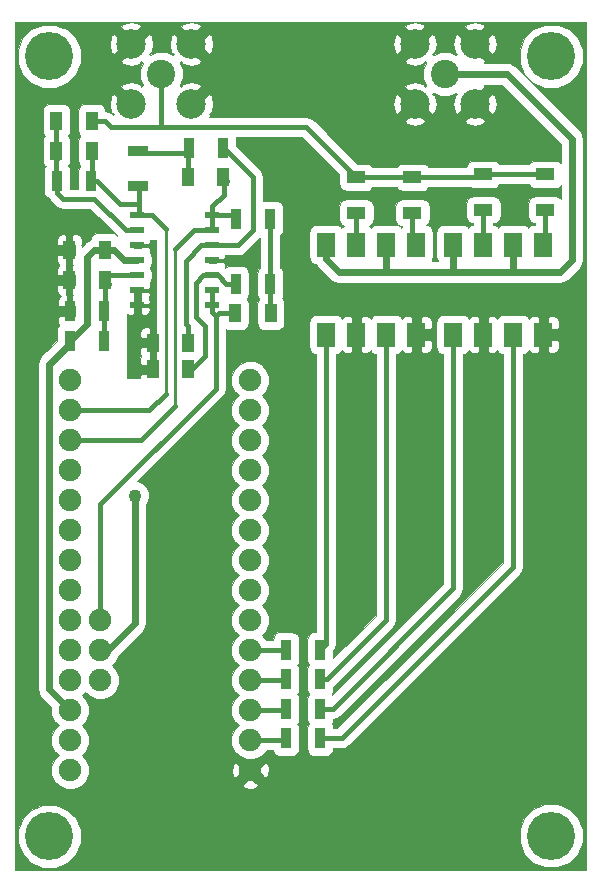
<source format=gtl>
G04 #@! TF.FileFunction,Copper,L1,Top,Signal*
%FSLAX46Y46*%
G04 Gerber Fmt 4.6, Leading zero omitted, Abs format (unit mm)*
G04 Created by KiCad (PCBNEW 4.0.1-stable) date 7/14/2016 5:01:39 PM*
%MOMM*%
G01*
G04 APERTURE LIST*
%ADD10C,0.150000*%
%ADD11C,2.400000*%
%ADD12C,2.500000*%
%ADD13C,4.064000*%
%ADD14R,1.000000X1.600000*%
%ADD15R,0.900000X1.700000*%
%ADD16R,1.143000X0.508000*%
%ADD17R,1.700000X0.900000*%
%ADD18C,1.900000*%
%ADD19R,1.600000X1.000000*%
%ADD20R,1.524000X2.032000*%
%ADD21C,1.100000*%
%ADD22C,0.400000*%
%ADD23C,0.254000*%
%ADD24C,0.250000*%
%ADD25C,0.600000*%
%ADD26C,0.100000*%
G04 APERTURE END LIST*
D10*
D11*
X26000000Y-18000000D03*
D12*
X23460000Y-15460000D03*
X28540000Y-15460000D03*
X28540000Y-20540000D03*
X23460000Y-20540000D03*
D13*
X16510000Y-82550000D03*
X59000000Y-82500000D03*
D14*
X17105500Y-21971000D03*
X20105500Y-21971000D03*
D15*
X18235000Y-40640000D03*
X21135000Y-40640000D03*
X21135000Y-38100000D03*
X18235000Y-38100000D03*
X20055500Y-27051000D03*
X17155500Y-27051000D03*
D14*
X21185000Y-35433000D03*
X18185000Y-35433000D03*
X20105500Y-24511000D03*
X17105500Y-24511000D03*
X32250000Y-38250000D03*
X35250000Y-38250000D03*
X25250000Y-40750000D03*
X28250000Y-40750000D03*
X31250000Y-26750000D03*
X28250000Y-26750000D03*
X25250000Y-43000000D03*
X28250000Y-43000000D03*
D16*
X23939500Y-29972000D03*
X23939500Y-31242000D03*
X23939500Y-32512000D03*
X23939500Y-33782000D03*
X23939500Y-35052000D03*
X23939500Y-36322000D03*
X23939500Y-37592000D03*
X30289500Y-37592000D03*
X30289500Y-36322000D03*
X30289500Y-33782000D03*
X30289500Y-32512000D03*
X30289500Y-31242000D03*
X30289500Y-29972000D03*
X30289500Y-35052000D03*
D15*
X35200000Y-35750000D03*
X32300000Y-35750000D03*
X28300000Y-24250000D03*
X31200000Y-24250000D03*
X32300000Y-30250000D03*
X35200000Y-30250000D03*
D17*
X24000000Y-27450000D03*
X24000000Y-24550000D03*
D13*
X59000000Y-16500000D03*
X16500000Y-16500000D03*
D14*
X21185000Y-32893000D03*
X18185000Y-32893000D03*
D18*
X20828000Y-69342000D03*
X20828000Y-66802000D03*
X20828000Y-64262000D03*
X33528000Y-74422000D03*
X33528000Y-71882000D03*
X33528000Y-69342000D03*
X33528000Y-66802000D03*
X33528000Y-64262000D03*
X33528000Y-61722000D03*
X33528000Y-59182000D03*
X33528000Y-56642000D03*
X33528000Y-54102000D03*
X33528000Y-51562000D03*
X33528000Y-49022000D03*
X33528000Y-46482000D03*
X33528000Y-43942000D03*
X18288000Y-43942000D03*
X18288000Y-46482000D03*
X18288000Y-49022000D03*
X18288000Y-51562000D03*
X18288000Y-54102000D03*
X18288000Y-56642000D03*
X18288000Y-59182000D03*
X18288000Y-61722000D03*
X18288000Y-64262000D03*
X18288000Y-66802000D03*
X18288000Y-69342000D03*
X18288000Y-71882000D03*
X18288000Y-74422000D03*
X18288000Y-76962000D03*
X33528000Y-76962000D03*
D19*
X58500000Y-29500000D03*
X58500000Y-26500000D03*
X53250000Y-29500000D03*
X53250000Y-26500000D03*
X47250000Y-29750000D03*
X47250000Y-26750000D03*
X42500000Y-29750000D03*
X42500000Y-26750000D03*
D11*
X50000000Y-18000000D03*
D12*
X47460000Y-15460000D03*
X52540000Y-15460000D03*
X52540000Y-20540000D03*
X47460000Y-20540000D03*
D15*
X36550000Y-74250000D03*
X39450000Y-74250000D03*
X36550000Y-71750000D03*
X39450000Y-71750000D03*
X36550000Y-69250000D03*
X39450000Y-69250000D03*
X36550000Y-66750000D03*
X39450000Y-66750000D03*
D20*
X50690000Y-40060000D03*
X53230000Y-40060000D03*
X55770000Y-40060000D03*
X58310000Y-40060000D03*
X58310000Y-32440000D03*
X55770000Y-32440000D03*
X53230000Y-32440000D03*
X50690000Y-32440000D03*
X39940000Y-40060000D03*
X42480000Y-40060000D03*
X45020000Y-40060000D03*
X47560000Y-40060000D03*
X47560000Y-32440000D03*
X45020000Y-32440000D03*
X42480000Y-32440000D03*
X39940000Y-32440000D03*
D21*
X23750000Y-53700000D03*
X23750000Y-42900000D03*
D22*
X17155500Y-27051000D02*
X17155500Y-28077500D01*
X17155500Y-28077500D02*
X17653000Y-28575000D01*
X17653000Y-28575000D02*
X20320000Y-28575000D01*
X20320000Y-28575000D02*
X22987000Y-31242000D01*
X22987000Y-31242000D02*
X23939500Y-31242000D01*
X17105500Y-24511000D02*
X17105500Y-27001000D01*
X17105500Y-27001000D02*
X17155500Y-27051000D01*
X17105500Y-21971000D02*
X17105500Y-24511000D01*
X17155500Y-25196000D02*
X17105500Y-25146000D01*
X17155500Y-27760000D02*
X17155500Y-27051000D01*
X17155500Y-27051000D02*
X17155500Y-27887000D01*
X17155500Y-24561000D02*
X17105500Y-24511000D01*
X17155500Y-24561000D02*
X17105500Y-24511000D01*
X23939500Y-35052000D02*
X21566000Y-35052000D01*
X21566000Y-35052000D02*
X21185000Y-35433000D01*
X21135000Y-38100000D02*
X21135000Y-40640000D01*
X21566000Y-35814000D02*
X21185000Y-35433000D01*
X21185000Y-35433000D02*
X21185000Y-38050000D01*
X21185000Y-38050000D02*
X21135000Y-38100000D01*
X21439000Y-35687000D02*
X21185000Y-35433000D01*
X18185000Y-35433000D02*
X18185000Y-38050000D01*
X18185000Y-38050000D02*
X18235000Y-38100000D01*
X30734000Y-33782000D02*
X30289500Y-33782000D01*
X18185000Y-33020000D02*
X18185000Y-35433000D01*
X23939500Y-29972000D02*
X25222000Y-29972000D01*
X24968000Y-46482000D02*
X18288000Y-46482000D01*
X26350000Y-45100000D02*
X24968000Y-46482000D01*
D23*
X26350000Y-31100000D02*
X26350000Y-45100000D01*
D22*
X25222000Y-29972000D02*
X26350000Y-31100000D01*
X20055500Y-27051000D02*
X20551000Y-27051000D01*
X22500000Y-29000000D02*
X24066500Y-29000000D01*
X20551000Y-27051000D02*
X22500000Y-29000000D01*
X20105500Y-24511000D02*
X20105500Y-27001000D01*
X20105500Y-27001000D02*
X20055500Y-27051000D01*
X20105500Y-27636000D02*
X20055500Y-27686000D01*
X20055500Y-24561000D02*
X20105500Y-24511000D01*
X24066500Y-29000000D02*
X24066500Y-29845000D01*
X24066500Y-29845000D02*
X23939500Y-29972000D01*
X24066500Y-27612000D02*
X24066500Y-29000000D01*
X30289500Y-29972000D02*
X32022000Y-29972000D01*
X30289500Y-29210500D02*
X30289500Y-29972000D01*
X30289500Y-31242000D02*
X28721002Y-31242000D01*
X24228000Y-49022000D02*
X18288000Y-49022000D01*
X27150000Y-46100000D02*
X24228000Y-49022000D01*
D24*
X27150000Y-32813002D02*
X27150000Y-46100000D01*
D22*
X28721002Y-31242000D02*
X27150000Y-32813002D01*
X30289500Y-31242000D02*
X30289500Y-29972000D01*
X31281500Y-28218500D02*
X30289500Y-29210500D01*
X31281500Y-26797000D02*
X31281500Y-28218500D01*
X31511500Y-27027000D02*
X31281500Y-26797000D01*
X32022000Y-29972000D02*
X32300000Y-30250000D01*
X35250000Y-35050000D02*
X35200000Y-35000000D01*
X35200000Y-30250000D02*
X35200000Y-35750000D01*
X35200000Y-38200000D02*
X35250000Y-38250000D01*
X35200000Y-35750000D02*
X35200000Y-38200000D01*
X28281500Y-26797000D02*
X28281500Y-24307000D01*
X28331500Y-26747000D02*
X28281500Y-26797000D01*
X24066500Y-24712000D02*
X27876500Y-24712000D01*
X28281500Y-24307000D02*
X28331500Y-24257000D01*
X27876500Y-24712000D02*
X28331500Y-24257000D01*
D25*
X23750000Y-64500000D02*
X23750000Y-53700000D01*
X23750000Y-64500000D02*
X21448000Y-66802000D01*
X20828000Y-66802000D02*
X21448000Y-66802000D01*
X20828000Y-66802000D02*
X21348000Y-66802000D01*
X18235000Y-40640000D02*
X18235000Y-40820000D01*
X18235000Y-40820000D02*
X16510000Y-42545000D01*
X16510000Y-42545000D02*
X16510000Y-70104000D01*
X16510000Y-70104000D02*
X18288000Y-71882000D01*
X23939500Y-33782000D02*
X22860000Y-33782000D01*
X21971000Y-32893000D02*
X21185000Y-32893000D01*
X22860000Y-33782000D02*
X21971000Y-32893000D01*
X21185000Y-32893000D02*
X20320000Y-32893000D01*
X19685000Y-39190000D02*
X18235000Y-40640000D01*
X19685000Y-33528000D02*
X19685000Y-39190000D01*
X20320000Y-32893000D02*
X19685000Y-33528000D01*
D22*
X32250000Y-38250000D02*
X30850000Y-38250000D01*
X30850000Y-38250000D02*
X30600000Y-38500000D01*
X30289500Y-38189500D02*
X30600000Y-38500000D01*
X30600000Y-38500000D02*
X30600000Y-44650000D01*
X20828000Y-54422000D02*
X30600000Y-44650000D01*
X30289500Y-37592000D02*
X30289500Y-38189500D01*
X20828000Y-64262000D02*
X20828000Y-54422000D01*
X30416500Y-37465000D02*
X30289500Y-37592000D01*
X20828000Y-64262000D02*
X20828000Y-64262000D01*
X30342500Y-37645000D02*
X30289500Y-37592000D01*
X30289500Y-37592000D02*
X30289500Y-36322000D01*
X31231500Y-24257000D02*
X31257000Y-24257000D01*
X31257000Y-24257000D02*
X33750000Y-26750000D01*
X31281500Y-24307000D02*
X31231500Y-24257000D01*
X33750000Y-26750000D02*
X33750000Y-31250000D01*
X33750000Y-31250000D02*
X32488000Y-32512000D01*
X28250000Y-40750000D02*
X28250000Y-39350000D01*
X29338000Y-32512000D02*
X30289500Y-32512000D01*
X28050000Y-33800000D02*
X29338000Y-32512000D01*
X28050000Y-39150000D02*
X28050000Y-33800000D01*
X28250000Y-39350000D02*
X28050000Y-39150000D01*
X32488000Y-32512000D02*
X30289500Y-32512000D01*
X31500000Y-35750000D02*
X32300000Y-35750000D01*
X28250000Y-43000000D02*
X28550000Y-43000000D01*
X28550000Y-43000000D02*
X29700000Y-41850000D01*
X29700000Y-41850000D02*
X29700000Y-39350000D01*
X29700000Y-39350000D02*
X28904002Y-38554002D01*
X28904002Y-38554002D02*
X28904002Y-35695998D01*
X28904002Y-35695998D02*
X29548000Y-35052000D01*
X29548000Y-35052000D02*
X30289500Y-35052000D01*
X30289500Y-35052000D02*
X30802000Y-35052000D01*
X30802000Y-35052000D02*
X31500000Y-35750000D01*
X30289500Y-35052000D02*
X29852002Y-35052000D01*
X26000000Y-18000000D02*
X26000000Y-22250000D01*
X26000000Y-22250000D02*
X26000000Y-22500000D01*
X53250000Y-26500000D02*
X58500000Y-26500000D01*
X47250000Y-26750000D02*
X53000000Y-26750000D01*
X53000000Y-26750000D02*
X53250000Y-26500000D01*
X42500000Y-26750000D02*
X47250000Y-26750000D01*
X20105500Y-21971000D02*
X21221000Y-21971000D01*
X38250000Y-22500000D02*
X42500000Y-26750000D01*
X21750000Y-22500000D02*
X26000000Y-22500000D01*
X26000000Y-22500000D02*
X38250000Y-22500000D01*
X21221000Y-21971000D02*
X21750000Y-22500000D01*
X58500000Y-29500000D02*
X58500000Y-32250000D01*
X58500000Y-32250000D02*
X58310000Y-32440000D01*
X53230000Y-32440000D02*
X53230000Y-29520000D01*
X53230000Y-29520000D02*
X53250000Y-29500000D01*
X47250000Y-29750000D02*
X47250000Y-32130000D01*
X47250000Y-32130000D02*
X47560000Y-32440000D01*
X42500000Y-29750000D02*
X42500000Y-32420000D01*
X42500000Y-32420000D02*
X42480000Y-32440000D01*
D25*
X55770000Y-32440000D02*
X55770000Y-34750000D01*
X55770000Y-34750000D02*
X55750000Y-34750000D01*
X50690000Y-32440000D02*
X50690000Y-34750000D01*
X50690000Y-34750000D02*
X50750000Y-34750000D01*
X45020000Y-32440000D02*
X45020000Y-34750000D01*
X45020000Y-34750000D02*
X45000000Y-34750000D01*
X50000000Y-18000000D02*
X55250000Y-18000000D01*
X39940000Y-33690000D02*
X39940000Y-32440000D01*
X41000000Y-34750000D02*
X39940000Y-33690000D01*
X59750000Y-34750000D02*
X55750000Y-34750000D01*
X55750000Y-34750000D02*
X50750000Y-34750000D01*
X50750000Y-34750000D02*
X45000000Y-34750000D01*
X45000000Y-34750000D02*
X41000000Y-34750000D01*
X60750000Y-33750000D02*
X59750000Y-34750000D01*
X60750000Y-23500000D02*
X60750000Y-33750000D01*
X55250000Y-18000000D02*
X60750000Y-23500000D01*
D22*
X33528000Y-74422000D02*
X36378000Y-74422000D01*
X36378000Y-74422000D02*
X36550000Y-74250000D01*
X55770000Y-40060000D02*
X55770000Y-59730000D01*
X41250000Y-74250000D02*
X39450000Y-74250000D01*
X55770000Y-59730000D02*
X41250000Y-74250000D01*
X33528000Y-71882000D02*
X36418000Y-71882000D01*
X36418000Y-71882000D02*
X36550000Y-71750000D01*
X50690000Y-40060000D02*
X50690000Y-61560000D01*
X40500000Y-71750000D02*
X39450000Y-71750000D01*
X50690000Y-61560000D02*
X40500000Y-71750000D01*
X33528000Y-69342000D02*
X36458000Y-69342000D01*
X36458000Y-69342000D02*
X36550000Y-69250000D01*
X45020000Y-40060000D02*
X45020000Y-64230000D01*
X40000000Y-69250000D02*
X39450000Y-69250000D01*
X45020000Y-64230000D02*
X40000000Y-69250000D01*
X33528000Y-66802000D02*
X36498000Y-66802000D01*
X36498000Y-66802000D02*
X36550000Y-66750000D01*
X39940000Y-40060000D02*
X39940000Y-66260000D01*
X39940000Y-66260000D02*
X39450000Y-66750000D01*
D26*
G36*
X61909500Y-85409500D02*
X13590500Y-85409500D01*
X13590500Y-83081142D01*
X13827536Y-83081142D01*
X14234986Y-84067246D01*
X14988786Y-84822363D01*
X15974177Y-85231533D01*
X17041142Y-85232464D01*
X18027246Y-84825014D01*
X18782363Y-84071214D01*
X19191533Y-83085823D01*
X19191580Y-83031142D01*
X56317536Y-83031142D01*
X56724986Y-84017246D01*
X57478786Y-84772363D01*
X58464177Y-85181533D01*
X59531142Y-85182464D01*
X60517246Y-84775014D01*
X61272363Y-84021214D01*
X61681533Y-83035823D01*
X61682464Y-81968858D01*
X61275014Y-80982754D01*
X60521214Y-80227637D01*
X59535823Y-79818467D01*
X58468858Y-79817536D01*
X57482754Y-80224986D01*
X56727637Y-80978786D01*
X56318467Y-81964177D01*
X56317536Y-83031142D01*
X19191580Y-83031142D01*
X19192464Y-82018858D01*
X18785014Y-81032754D01*
X18031214Y-80277637D01*
X17045823Y-79868467D01*
X15978858Y-79867536D01*
X14992754Y-80274986D01*
X14237637Y-81028786D01*
X13828467Y-82014177D01*
X13827536Y-83081142D01*
X13590500Y-83081142D01*
X13590500Y-42545000D01*
X15560000Y-42545000D01*
X15560000Y-70104000D01*
X15610492Y-70357841D01*
X15632314Y-70467550D01*
X15838249Y-70775751D01*
X16688223Y-71625725D01*
X16687723Y-72198863D01*
X16930795Y-72787143D01*
X17295257Y-73152242D01*
X16932377Y-73514489D01*
X16688278Y-74102344D01*
X16687723Y-74738863D01*
X16930795Y-75327143D01*
X17295257Y-75692242D01*
X16932377Y-76054489D01*
X16688278Y-76642344D01*
X16687723Y-77278863D01*
X16930795Y-77867143D01*
X17380489Y-78317623D01*
X17968344Y-78561722D01*
X18604863Y-78562277D01*
X19193143Y-78319205D01*
X19296374Y-78216154D01*
X32910243Y-78216154D01*
X33027885Y-78415934D01*
X33622351Y-78496645D01*
X34028115Y-78415934D01*
X34145757Y-78216154D01*
X33528000Y-77598396D01*
X32910243Y-78216154D01*
X19296374Y-78216154D01*
X19643623Y-77869511D01*
X19887722Y-77281656D01*
X19887918Y-77056351D01*
X31993355Y-77056351D01*
X32074066Y-77462115D01*
X32273846Y-77579757D01*
X32891604Y-76962000D01*
X34164396Y-76962000D01*
X34782154Y-77579757D01*
X34981934Y-77462115D01*
X35062645Y-76867649D01*
X34981934Y-76461885D01*
X34782154Y-76344243D01*
X34164396Y-76962000D01*
X32891604Y-76962000D01*
X32273846Y-76344243D01*
X32074066Y-76461885D01*
X31993355Y-77056351D01*
X19887918Y-77056351D01*
X19888277Y-76645137D01*
X19645205Y-76056857D01*
X19280743Y-75691758D01*
X19643623Y-75329511D01*
X19887722Y-74741656D01*
X19888277Y-74105137D01*
X19645205Y-73516857D01*
X19280743Y-73151758D01*
X19643623Y-72789511D01*
X19887722Y-72201656D01*
X19888277Y-71565137D01*
X19645205Y-70976857D01*
X19280743Y-70611758D01*
X19558242Y-70334743D01*
X19920489Y-70697623D01*
X20508344Y-70941722D01*
X21144863Y-70942277D01*
X21733143Y-70699205D01*
X22183623Y-70249511D01*
X22427722Y-69661656D01*
X22428277Y-69025137D01*
X22185205Y-68436857D01*
X21820743Y-68071758D01*
X22183623Y-67709511D01*
X22396390Y-67197112D01*
X24421752Y-65171751D01*
X24627686Y-64863549D01*
X24700000Y-64500000D01*
X24700000Y-54447233D01*
X24766717Y-54380633D01*
X24949791Y-53939742D01*
X24950207Y-53462353D01*
X24767903Y-53021143D01*
X24430633Y-52683283D01*
X23989742Y-52500209D01*
X23951906Y-52500176D01*
X31201041Y-45251041D01*
X31385298Y-44975281D01*
X31450000Y-44650000D01*
X31450000Y-44258863D01*
X31927723Y-44258863D01*
X32170795Y-44847143D01*
X32535257Y-45212242D01*
X32172377Y-45574489D01*
X31928278Y-46162344D01*
X31927723Y-46798863D01*
X32170795Y-47387143D01*
X32535257Y-47752242D01*
X32172377Y-48114489D01*
X31928278Y-48702344D01*
X31927723Y-49338863D01*
X32170795Y-49927143D01*
X32535257Y-50292242D01*
X32172377Y-50654489D01*
X31928278Y-51242344D01*
X31927723Y-51878863D01*
X32170795Y-52467143D01*
X32535257Y-52832242D01*
X32172377Y-53194489D01*
X31928278Y-53782344D01*
X31927723Y-54418863D01*
X32170795Y-55007143D01*
X32535257Y-55372242D01*
X32172377Y-55734489D01*
X31928278Y-56322344D01*
X31927723Y-56958863D01*
X32170795Y-57547143D01*
X32535257Y-57912242D01*
X32172377Y-58274489D01*
X31928278Y-58862344D01*
X31927723Y-59498863D01*
X32170795Y-60087143D01*
X32535257Y-60452242D01*
X32172377Y-60814489D01*
X31928278Y-61402344D01*
X31927723Y-62038863D01*
X32170795Y-62627143D01*
X32535257Y-62992242D01*
X32172377Y-63354489D01*
X31928278Y-63942344D01*
X31927723Y-64578863D01*
X32170795Y-65167143D01*
X32535257Y-65532242D01*
X32172377Y-65894489D01*
X31928278Y-66482344D01*
X31927723Y-67118863D01*
X32170795Y-67707143D01*
X32535257Y-68072242D01*
X32172377Y-68434489D01*
X31928278Y-69022344D01*
X31927723Y-69658863D01*
X32170795Y-70247143D01*
X32535257Y-70612242D01*
X32172377Y-70974489D01*
X31928278Y-71562344D01*
X31927723Y-72198863D01*
X32170795Y-72787143D01*
X32535257Y-73152242D01*
X32172377Y-73514489D01*
X31928278Y-74102344D01*
X31927723Y-74738863D01*
X32170795Y-75327143D01*
X32620489Y-75777623D01*
X33208344Y-76021722D01*
X33224132Y-76021736D01*
X33528000Y-76325604D01*
X33831338Y-76022265D01*
X33844863Y-76022277D01*
X34433143Y-75779205D01*
X34883623Y-75329511D01*
X34907504Y-75272000D01*
X35469630Y-75272000D01*
X35482590Y-75340876D01*
X35624947Y-75562105D01*
X35842159Y-75710520D01*
X36100000Y-75762734D01*
X37000000Y-75762734D01*
X37240876Y-75717410D01*
X37462105Y-75575053D01*
X37610520Y-75357841D01*
X37662734Y-75100000D01*
X37662734Y-73400000D01*
X37617410Y-73159124D01*
X37514226Y-72998772D01*
X37610520Y-72857841D01*
X37662734Y-72600000D01*
X37662734Y-70900000D01*
X37617410Y-70659124D01*
X37514226Y-70498772D01*
X37610520Y-70357841D01*
X37662734Y-70100000D01*
X37662734Y-68400000D01*
X37617410Y-68159124D01*
X37514226Y-67998772D01*
X37610520Y-67857841D01*
X37662734Y-67600000D01*
X37662734Y-65900000D01*
X38337266Y-65900000D01*
X38337266Y-67600000D01*
X38382590Y-67840876D01*
X38485774Y-68001228D01*
X38389480Y-68142159D01*
X38337266Y-68400000D01*
X38337266Y-70100000D01*
X38382590Y-70340876D01*
X38485774Y-70501228D01*
X38389480Y-70642159D01*
X38337266Y-70900000D01*
X38337266Y-72600000D01*
X38382590Y-72840876D01*
X38485774Y-73001228D01*
X38389480Y-73142159D01*
X38337266Y-73400000D01*
X38337266Y-75100000D01*
X38382590Y-75340876D01*
X38524947Y-75562105D01*
X38742159Y-75710520D01*
X39000000Y-75762734D01*
X39900000Y-75762734D01*
X40140876Y-75717410D01*
X40362105Y-75575053D01*
X40510520Y-75357841D01*
X40562734Y-75100000D01*
X41250000Y-75100000D01*
X41575281Y-75035298D01*
X41851041Y-74851041D01*
X56371041Y-60331041D01*
X56555298Y-60055281D01*
X56620000Y-59730000D01*
X56620000Y-41722176D01*
X56772876Y-41693410D01*
X56994105Y-41551053D01*
X57091451Y-41408582D01*
X57231918Y-41549050D01*
X57437007Y-41634000D01*
X57789500Y-41634000D01*
X57929000Y-41494500D01*
X57929000Y-40510000D01*
X58691000Y-40510000D01*
X58691000Y-41494500D01*
X58830500Y-41634000D01*
X59182993Y-41634000D01*
X59388082Y-41549050D01*
X59545049Y-41392082D01*
X59630000Y-41186993D01*
X59630000Y-40649500D01*
X59490500Y-40510000D01*
X58691000Y-40510000D01*
X57929000Y-40510000D01*
X57840000Y-40510000D01*
X57840000Y-39610000D01*
X57929000Y-39610000D01*
X57929000Y-38625500D01*
X58691000Y-38625500D01*
X58691000Y-39610000D01*
X59490500Y-39610000D01*
X59630000Y-39470500D01*
X59630000Y-38933007D01*
X59545049Y-38727918D01*
X59388082Y-38570950D01*
X59182993Y-38486000D01*
X58830500Y-38486000D01*
X58691000Y-38625500D01*
X57929000Y-38625500D01*
X57789500Y-38486000D01*
X57437007Y-38486000D01*
X57231918Y-38570950D01*
X57090811Y-38712058D01*
X57007053Y-38581895D01*
X56789841Y-38433480D01*
X56532000Y-38381266D01*
X55008000Y-38381266D01*
X54767124Y-38426590D01*
X54545895Y-38568947D01*
X54448549Y-38711418D01*
X54308082Y-38570950D01*
X54102993Y-38486000D01*
X53750500Y-38486000D01*
X53611000Y-38625500D01*
X53611000Y-39610000D01*
X53700000Y-39610000D01*
X53700000Y-40510000D01*
X53611000Y-40510000D01*
X53611000Y-41494500D01*
X53750500Y-41634000D01*
X54102993Y-41634000D01*
X54308082Y-41549050D01*
X54449189Y-41407942D01*
X54532947Y-41538105D01*
X54750159Y-41686520D01*
X54920000Y-41720914D01*
X54920000Y-59377918D01*
X40897918Y-73400000D01*
X40562734Y-73400000D01*
X40517410Y-73159124D01*
X40414226Y-72998772D01*
X40510520Y-72857841D01*
X40562734Y-72600000D01*
X40562734Y-72587522D01*
X40825281Y-72535298D01*
X41101041Y-72351041D01*
X51291041Y-62161041D01*
X51475298Y-61885281D01*
X51540000Y-61560000D01*
X51540000Y-41722176D01*
X51692876Y-41693410D01*
X51914105Y-41551053D01*
X52011451Y-41408582D01*
X52151918Y-41549050D01*
X52357007Y-41634000D01*
X52709500Y-41634000D01*
X52849000Y-41494500D01*
X52849000Y-40510000D01*
X52760000Y-40510000D01*
X52760000Y-39610000D01*
X52849000Y-39610000D01*
X52849000Y-38625500D01*
X52709500Y-38486000D01*
X52357007Y-38486000D01*
X52151918Y-38570950D01*
X52010811Y-38712058D01*
X51927053Y-38581895D01*
X51709841Y-38433480D01*
X51452000Y-38381266D01*
X49928000Y-38381266D01*
X49687124Y-38426590D01*
X49465895Y-38568947D01*
X49317480Y-38786159D01*
X49265266Y-39044000D01*
X49265266Y-41076000D01*
X49310590Y-41316876D01*
X49452947Y-41538105D01*
X49670159Y-41686520D01*
X49840000Y-41720914D01*
X49840000Y-61207918D01*
X40467052Y-70580866D01*
X40414226Y-70498772D01*
X40510520Y-70357841D01*
X40562734Y-70100000D01*
X40562734Y-69876637D01*
X40601041Y-69851041D01*
X45621041Y-64831041D01*
X45805298Y-64555281D01*
X45870000Y-64230000D01*
X45870000Y-41722176D01*
X46022876Y-41693410D01*
X46244105Y-41551053D01*
X46341451Y-41408582D01*
X46481918Y-41549050D01*
X46687007Y-41634000D01*
X47039500Y-41634000D01*
X47179000Y-41494500D01*
X47179000Y-40510000D01*
X47941000Y-40510000D01*
X47941000Y-41494500D01*
X48080500Y-41634000D01*
X48432993Y-41634000D01*
X48638082Y-41549050D01*
X48795049Y-41392082D01*
X48880000Y-41186993D01*
X48880000Y-40649500D01*
X48740500Y-40510000D01*
X47941000Y-40510000D01*
X47179000Y-40510000D01*
X47090000Y-40510000D01*
X47090000Y-39610000D01*
X47179000Y-39610000D01*
X47179000Y-38625500D01*
X47941000Y-38625500D01*
X47941000Y-39610000D01*
X48740500Y-39610000D01*
X48880000Y-39470500D01*
X48880000Y-38933007D01*
X48795049Y-38727918D01*
X48638082Y-38570950D01*
X48432993Y-38486000D01*
X48080500Y-38486000D01*
X47941000Y-38625500D01*
X47179000Y-38625500D01*
X47039500Y-38486000D01*
X46687007Y-38486000D01*
X46481918Y-38570950D01*
X46340811Y-38712058D01*
X46257053Y-38581895D01*
X46039841Y-38433480D01*
X45782000Y-38381266D01*
X44258000Y-38381266D01*
X44017124Y-38426590D01*
X43795895Y-38568947D01*
X43698549Y-38711418D01*
X43558082Y-38570950D01*
X43352993Y-38486000D01*
X43000500Y-38486000D01*
X42861000Y-38625500D01*
X42861000Y-39610000D01*
X42950000Y-39610000D01*
X42950000Y-40510000D01*
X42861000Y-40510000D01*
X42861000Y-41494500D01*
X43000500Y-41634000D01*
X43352993Y-41634000D01*
X43558082Y-41549050D01*
X43699189Y-41407942D01*
X43782947Y-41538105D01*
X44000159Y-41686520D01*
X44170000Y-41720914D01*
X44170000Y-63877918D01*
X40562734Y-67485184D01*
X40562734Y-66828575D01*
X40725298Y-66585281D01*
X40790001Y-66260000D01*
X40790000Y-66259995D01*
X40790000Y-41722176D01*
X40942876Y-41693410D01*
X41164105Y-41551053D01*
X41261451Y-41408582D01*
X41401918Y-41549050D01*
X41607007Y-41634000D01*
X41959500Y-41634000D01*
X42099000Y-41494500D01*
X42099000Y-40510000D01*
X42010000Y-40510000D01*
X42010000Y-39610000D01*
X42099000Y-39610000D01*
X42099000Y-38625500D01*
X41959500Y-38486000D01*
X41607007Y-38486000D01*
X41401918Y-38570950D01*
X41260811Y-38712058D01*
X41177053Y-38581895D01*
X40959841Y-38433480D01*
X40702000Y-38381266D01*
X39178000Y-38381266D01*
X38937124Y-38426590D01*
X38715895Y-38568947D01*
X38567480Y-38786159D01*
X38515266Y-39044000D01*
X38515266Y-41076000D01*
X38560590Y-41316876D01*
X38702947Y-41538105D01*
X38920159Y-41686520D01*
X39090000Y-41720914D01*
X39090000Y-65237266D01*
X39000000Y-65237266D01*
X38759124Y-65282590D01*
X38537895Y-65424947D01*
X38389480Y-65642159D01*
X38337266Y-65900000D01*
X37662734Y-65900000D01*
X37617410Y-65659124D01*
X37475053Y-65437895D01*
X37257841Y-65289480D01*
X37000000Y-65237266D01*
X36100000Y-65237266D01*
X35859124Y-65282590D01*
X35637895Y-65424947D01*
X35489480Y-65642159D01*
X35437266Y-65900000D01*
X35437266Y-65952000D01*
X34907990Y-65952000D01*
X34885205Y-65896857D01*
X34520743Y-65531758D01*
X34883623Y-65169511D01*
X35127722Y-64581656D01*
X35128277Y-63945137D01*
X34885205Y-63356857D01*
X34520743Y-62991758D01*
X34883623Y-62629511D01*
X35127722Y-62041656D01*
X35128277Y-61405137D01*
X34885205Y-60816857D01*
X34520743Y-60451758D01*
X34883623Y-60089511D01*
X35127722Y-59501656D01*
X35128277Y-58865137D01*
X34885205Y-58276857D01*
X34520743Y-57911758D01*
X34883623Y-57549511D01*
X35127722Y-56961656D01*
X35128277Y-56325137D01*
X34885205Y-55736857D01*
X34520743Y-55371758D01*
X34883623Y-55009511D01*
X35127722Y-54421656D01*
X35128277Y-53785137D01*
X34885205Y-53196857D01*
X34520743Y-52831758D01*
X34883623Y-52469511D01*
X35127722Y-51881656D01*
X35128277Y-51245137D01*
X34885205Y-50656857D01*
X34520743Y-50291758D01*
X34883623Y-49929511D01*
X35127722Y-49341656D01*
X35128277Y-48705137D01*
X34885205Y-48116857D01*
X34520743Y-47751758D01*
X34883623Y-47389511D01*
X35127722Y-46801656D01*
X35128277Y-46165137D01*
X34885205Y-45576857D01*
X34520743Y-45211758D01*
X34883623Y-44849511D01*
X35127722Y-44261656D01*
X35128277Y-43625137D01*
X34885205Y-43036857D01*
X34435511Y-42586377D01*
X33847656Y-42342278D01*
X33211137Y-42341723D01*
X32622857Y-42584795D01*
X32172377Y-43034489D01*
X31928278Y-43622344D01*
X31927723Y-44258863D01*
X31450000Y-44258863D01*
X31450000Y-39631714D01*
X31492159Y-39660520D01*
X31750000Y-39712734D01*
X32750000Y-39712734D01*
X32990876Y-39667410D01*
X33212105Y-39525053D01*
X33360520Y-39307841D01*
X33412734Y-39050000D01*
X33412734Y-37450000D01*
X33367410Y-37209124D01*
X33247656Y-37023022D01*
X33360520Y-36857841D01*
X33412734Y-36600000D01*
X33412734Y-34900000D01*
X33367410Y-34659124D01*
X33225053Y-34437895D01*
X33007841Y-34289480D01*
X32750000Y-34237266D01*
X31850000Y-34237266D01*
X31609124Y-34282590D01*
X31391757Y-34422462D01*
X31338914Y-34340340D01*
X31419000Y-34146993D01*
X31419000Y-34048500D01*
X31279500Y-33909000D01*
X30575250Y-33909000D01*
X30575250Y-34036000D01*
X30003750Y-34036000D01*
X30003750Y-33909000D01*
X29819500Y-33909000D01*
X29819500Y-33655000D01*
X30003750Y-33655000D01*
X30003750Y-33528000D01*
X30575250Y-33528000D01*
X30575250Y-33655000D01*
X31279500Y-33655000D01*
X31419000Y-33515500D01*
X31419000Y-33417007D01*
X31396216Y-33362000D01*
X32488000Y-33362000D01*
X32813281Y-33297298D01*
X33089041Y-33113041D01*
X34350000Y-31852081D01*
X34350000Y-34384984D01*
X34287895Y-34424947D01*
X34139480Y-34642159D01*
X34087266Y-34900000D01*
X34087266Y-36600000D01*
X34132590Y-36840876D01*
X34252344Y-37026978D01*
X34139480Y-37192159D01*
X34087266Y-37450000D01*
X34087266Y-39050000D01*
X34132590Y-39290876D01*
X34274947Y-39512105D01*
X34492159Y-39660520D01*
X34750000Y-39712734D01*
X35750000Y-39712734D01*
X35990876Y-39667410D01*
X36212105Y-39525053D01*
X36360520Y-39307841D01*
X36412734Y-39050000D01*
X36412734Y-37450000D01*
X36367410Y-37209124D01*
X36225053Y-36987895D01*
X36188652Y-36963023D01*
X36260520Y-36857841D01*
X36312734Y-36600000D01*
X36312734Y-34900000D01*
X36267410Y-34659124D01*
X36125053Y-34437895D01*
X36050000Y-34386613D01*
X36050000Y-31615016D01*
X36112105Y-31575053D01*
X36260520Y-31357841D01*
X36312734Y-31100000D01*
X36312734Y-29400000D01*
X36267410Y-29159124D01*
X36125053Y-28937895D01*
X35907841Y-28789480D01*
X35650000Y-28737266D01*
X34750000Y-28737266D01*
X34600000Y-28765490D01*
X34600000Y-26750000D01*
X34535298Y-26424719D01*
X34351041Y-26148959D01*
X34351038Y-26148957D01*
X32312734Y-24110652D01*
X32312734Y-23400000D01*
X32303326Y-23350000D01*
X37897918Y-23350000D01*
X41037266Y-26489348D01*
X41037266Y-27250000D01*
X41082590Y-27490876D01*
X41224947Y-27712105D01*
X41442159Y-27860520D01*
X41700000Y-27912734D01*
X43300000Y-27912734D01*
X43540876Y-27867410D01*
X43762105Y-27725053D01*
X43847550Y-27600000D01*
X45902809Y-27600000D01*
X45974947Y-27712105D01*
X46192159Y-27860520D01*
X46450000Y-27912734D01*
X48050000Y-27912734D01*
X48290876Y-27867410D01*
X48512105Y-27725053D01*
X48597550Y-27600000D01*
X52176763Y-27600000D01*
X52192159Y-27610520D01*
X52450000Y-27662734D01*
X54050000Y-27662734D01*
X54290876Y-27617410D01*
X54512105Y-27475053D01*
X54597550Y-27350000D01*
X57152809Y-27350000D01*
X57224947Y-27462105D01*
X57442159Y-27610520D01*
X57700000Y-27662734D01*
X59300000Y-27662734D01*
X59540876Y-27617410D01*
X59762105Y-27475053D01*
X59800000Y-27419592D01*
X59800000Y-28576664D01*
X59775053Y-28537895D01*
X59557841Y-28389480D01*
X59300000Y-28337266D01*
X57700000Y-28337266D01*
X57459124Y-28382590D01*
X57237895Y-28524947D01*
X57089480Y-28742159D01*
X57037266Y-29000000D01*
X57037266Y-30000000D01*
X57082590Y-30240876D01*
X57224947Y-30462105D01*
X57442159Y-30610520D01*
X57650000Y-30652609D01*
X57650000Y-30761266D01*
X57548000Y-30761266D01*
X57307124Y-30806590D01*
X57085895Y-30948947D01*
X57041001Y-31014652D01*
X57007053Y-30961895D01*
X56789841Y-30813480D01*
X56532000Y-30761266D01*
X55008000Y-30761266D01*
X54767124Y-30806590D01*
X54545895Y-30948947D01*
X54501001Y-31014652D01*
X54467053Y-30961895D01*
X54249841Y-30813480D01*
X54080000Y-30779086D01*
X54080000Y-30657089D01*
X54290876Y-30617410D01*
X54512105Y-30475053D01*
X54660520Y-30257841D01*
X54712734Y-30000000D01*
X54712734Y-29000000D01*
X54667410Y-28759124D01*
X54525053Y-28537895D01*
X54307841Y-28389480D01*
X54050000Y-28337266D01*
X52450000Y-28337266D01*
X52209124Y-28382590D01*
X51987895Y-28524947D01*
X51839480Y-28742159D01*
X51787266Y-29000000D01*
X51787266Y-30000000D01*
X51832590Y-30240876D01*
X51974947Y-30462105D01*
X52192159Y-30610520D01*
X52380000Y-30648559D01*
X52380000Y-30777824D01*
X52227124Y-30806590D01*
X52005895Y-30948947D01*
X51961001Y-31014652D01*
X51927053Y-30961895D01*
X51709841Y-30813480D01*
X51452000Y-30761266D01*
X49928000Y-30761266D01*
X49687124Y-30806590D01*
X49465895Y-30948947D01*
X49317480Y-31166159D01*
X49265266Y-31424000D01*
X49265266Y-33456000D01*
X49310590Y-33696876D01*
X49376948Y-33800000D01*
X48873650Y-33800000D01*
X48932520Y-33713841D01*
X48984734Y-33456000D01*
X48984734Y-31424000D01*
X48939410Y-31183124D01*
X48797053Y-30961895D01*
X48579841Y-30813480D01*
X48423794Y-30781880D01*
X48512105Y-30725053D01*
X48660520Y-30507841D01*
X48712734Y-30250000D01*
X48712734Y-29250000D01*
X48667410Y-29009124D01*
X48525053Y-28787895D01*
X48307841Y-28639480D01*
X48050000Y-28587266D01*
X46450000Y-28587266D01*
X46209124Y-28632590D01*
X45987895Y-28774947D01*
X45839480Y-28992159D01*
X45787266Y-29250000D01*
X45787266Y-30250000D01*
X45832590Y-30490876D01*
X45974947Y-30712105D01*
X46192159Y-30860520D01*
X46400000Y-30902609D01*
X46400000Y-30907697D01*
X46335895Y-30948947D01*
X46291001Y-31014652D01*
X46257053Y-30961895D01*
X46039841Y-30813480D01*
X45782000Y-30761266D01*
X44258000Y-30761266D01*
X44017124Y-30806590D01*
X43795895Y-30948947D01*
X43751001Y-31014652D01*
X43717053Y-30961895D01*
X43560391Y-30854852D01*
X43762105Y-30725053D01*
X43910520Y-30507841D01*
X43962734Y-30250000D01*
X43962734Y-29250000D01*
X43917410Y-29009124D01*
X43775053Y-28787895D01*
X43557841Y-28639480D01*
X43300000Y-28587266D01*
X41700000Y-28587266D01*
X41459124Y-28632590D01*
X41237895Y-28774947D01*
X41089480Y-28992159D01*
X41037266Y-29250000D01*
X41037266Y-30250000D01*
X41082590Y-30490876D01*
X41224947Y-30712105D01*
X41418469Y-30844333D01*
X41255895Y-30948947D01*
X41211001Y-31014652D01*
X41177053Y-30961895D01*
X40959841Y-30813480D01*
X40702000Y-30761266D01*
X39178000Y-30761266D01*
X38937124Y-30806590D01*
X38715895Y-30948947D01*
X38567480Y-31166159D01*
X38515266Y-31424000D01*
X38515266Y-33456000D01*
X38560590Y-33696876D01*
X38702947Y-33918105D01*
X38920159Y-34066520D01*
X39094582Y-34101841D01*
X39268249Y-34361751D01*
X40328248Y-35421751D01*
X40428473Y-35488719D01*
X40636451Y-35627686D01*
X41000000Y-35700000D01*
X59750000Y-35700000D01*
X60053233Y-35639683D01*
X60113550Y-35627686D01*
X60421751Y-35421751D01*
X61421752Y-34421751D01*
X61627686Y-34113549D01*
X61700000Y-33750000D01*
X61700000Y-23500000D01*
X61627686Y-23136451D01*
X61599047Y-23093590D01*
X61421752Y-22828249D01*
X55921751Y-17328249D01*
X55613550Y-17122314D01*
X55553233Y-17110317D01*
X55250000Y-17050000D01*
X53309046Y-17050000D01*
X53321907Y-17031142D01*
X56317536Y-17031142D01*
X56724986Y-18017246D01*
X57478786Y-18772363D01*
X58464177Y-19181533D01*
X59531142Y-19182464D01*
X60517246Y-18775014D01*
X61272363Y-18021214D01*
X61681533Y-17035823D01*
X61682464Y-15968858D01*
X61275014Y-14982754D01*
X60521214Y-14227637D01*
X59535823Y-13818467D01*
X58468858Y-13817536D01*
X57482754Y-14224986D01*
X56727637Y-14978786D01*
X56318467Y-15964177D01*
X56317536Y-17031142D01*
X53321907Y-17031142D01*
X53383879Y-16940275D01*
X52540000Y-16096396D01*
X52525858Y-16110539D01*
X51889462Y-15474143D01*
X51903604Y-15460000D01*
X53176396Y-15460000D01*
X54020275Y-16303879D01*
X54250744Y-16146698D01*
X54383310Y-15439753D01*
X54250744Y-14773302D01*
X54020275Y-14616121D01*
X53176396Y-15460000D01*
X51903604Y-15460000D01*
X51059725Y-14616121D01*
X50829256Y-14773302D01*
X50696690Y-15480247D01*
X50829256Y-16146698D01*
X51059723Y-16303878D01*
X50965741Y-16397860D01*
X50369602Y-16150321D01*
X49633627Y-16149679D01*
X49033886Y-16397487D01*
X48940277Y-16303878D01*
X49170744Y-16146698D01*
X49303310Y-15439753D01*
X49170744Y-14773302D01*
X48940275Y-14616121D01*
X48096396Y-15460000D01*
X48110539Y-15474143D01*
X47474143Y-16110539D01*
X47460000Y-16096396D01*
X46616121Y-16940275D01*
X46773302Y-17170744D01*
X47480247Y-17303310D01*
X48146698Y-17170744D01*
X48303878Y-16940277D01*
X48397860Y-17034259D01*
X48150321Y-17630398D01*
X48149679Y-18366373D01*
X48397487Y-18966114D01*
X48303878Y-19059723D01*
X48146698Y-18829256D01*
X47439753Y-18696690D01*
X46773302Y-18829256D01*
X46616121Y-19059725D01*
X47460000Y-19903604D01*
X47474143Y-19889462D01*
X48110539Y-20525858D01*
X48096396Y-20540000D01*
X48940275Y-21383879D01*
X49170744Y-21226698D01*
X49303310Y-20519753D01*
X49170744Y-19853302D01*
X48940277Y-19696122D01*
X49034259Y-19602140D01*
X49630398Y-19849679D01*
X50366373Y-19850321D01*
X50966114Y-19602513D01*
X51059723Y-19696122D01*
X50829256Y-19853302D01*
X50696690Y-20560247D01*
X50829256Y-21226698D01*
X51059725Y-21383879D01*
X51903604Y-20540000D01*
X53176396Y-20540000D01*
X54020275Y-21383879D01*
X54250744Y-21226698D01*
X54383310Y-20519753D01*
X54250744Y-19853302D01*
X54020275Y-19696121D01*
X53176396Y-20540000D01*
X51903604Y-20540000D01*
X51889462Y-20525858D01*
X52525858Y-19889462D01*
X52540000Y-19903604D01*
X53383879Y-19059725D01*
X53309046Y-18950000D01*
X54856498Y-18950000D01*
X59800000Y-23893503D01*
X59800000Y-25576664D01*
X59775053Y-25537895D01*
X59557841Y-25389480D01*
X59300000Y-25337266D01*
X57700000Y-25337266D01*
X57459124Y-25382590D01*
X57237895Y-25524947D01*
X57152450Y-25650000D01*
X54597191Y-25650000D01*
X54525053Y-25537895D01*
X54307841Y-25389480D01*
X54050000Y-25337266D01*
X52450000Y-25337266D01*
X52209124Y-25382590D01*
X51987895Y-25524947D01*
X51839480Y-25742159D01*
X51807516Y-25900000D01*
X48597191Y-25900000D01*
X48525053Y-25787895D01*
X48307841Y-25639480D01*
X48050000Y-25587266D01*
X46450000Y-25587266D01*
X46209124Y-25632590D01*
X45987895Y-25774947D01*
X45902450Y-25900000D01*
X43847191Y-25900000D01*
X43775053Y-25787895D01*
X43557841Y-25639480D01*
X43300000Y-25587266D01*
X42539348Y-25587266D01*
X38972357Y-22020275D01*
X46616121Y-22020275D01*
X46773302Y-22250744D01*
X47480247Y-22383310D01*
X48146698Y-22250744D01*
X48303879Y-22020275D01*
X51696121Y-22020275D01*
X51853302Y-22250744D01*
X52560247Y-22383310D01*
X53226698Y-22250744D01*
X53383879Y-22020275D01*
X52540000Y-21176396D01*
X51696121Y-22020275D01*
X48303879Y-22020275D01*
X47460000Y-21176396D01*
X46616121Y-22020275D01*
X38972357Y-22020275D01*
X38851041Y-21898959D01*
X38575281Y-21714702D01*
X38250000Y-21650000D01*
X30035605Y-21650000D01*
X30161002Y-21524603D01*
X30020277Y-21383878D01*
X30250744Y-21226698D01*
X30375716Y-20560247D01*
X45616690Y-20560247D01*
X45749256Y-21226698D01*
X45979725Y-21383879D01*
X46823604Y-20540000D01*
X45979725Y-19696121D01*
X45749256Y-19853302D01*
X45616690Y-20560247D01*
X30375716Y-20560247D01*
X30383310Y-20519753D01*
X30250744Y-19853302D01*
X30020275Y-19696121D01*
X29176396Y-20540000D01*
X29190539Y-20554143D01*
X28554143Y-21190539D01*
X28540000Y-21176396D01*
X28525858Y-21190539D01*
X27889462Y-20554143D01*
X27903604Y-20540000D01*
X27889462Y-20525858D01*
X28525858Y-19889462D01*
X28540000Y-19903604D01*
X29383879Y-19059725D01*
X29226698Y-18829256D01*
X28519753Y-18696690D01*
X27853302Y-18829256D01*
X27696122Y-19059723D01*
X27602140Y-18965741D01*
X27849679Y-18369602D01*
X27850321Y-17633627D01*
X27602513Y-17033886D01*
X27696122Y-16940277D01*
X27853302Y-17170744D01*
X28560247Y-17303310D01*
X29226698Y-17170744D01*
X29383879Y-16940275D01*
X28540000Y-16096396D01*
X28525858Y-16110539D01*
X27889462Y-15474143D01*
X27903604Y-15460000D01*
X29176396Y-15460000D01*
X30020275Y-16303879D01*
X30250744Y-16146698D01*
X30375716Y-15480247D01*
X45616690Y-15480247D01*
X45749256Y-16146698D01*
X45979725Y-16303879D01*
X46823604Y-15460000D01*
X45979725Y-14616121D01*
X45749256Y-14773302D01*
X45616690Y-15480247D01*
X30375716Y-15480247D01*
X30383310Y-15439753D01*
X30250744Y-14773302D01*
X30020275Y-14616121D01*
X29176396Y-15460000D01*
X27903604Y-15460000D01*
X27059725Y-14616121D01*
X26829256Y-14773302D01*
X26696690Y-15480247D01*
X26829256Y-16146698D01*
X27059723Y-16303878D01*
X26965741Y-16397860D01*
X26369602Y-16150321D01*
X25633627Y-16149679D01*
X25033886Y-16397487D01*
X24940277Y-16303878D01*
X25170744Y-16146698D01*
X25303310Y-15439753D01*
X25170744Y-14773302D01*
X24940275Y-14616121D01*
X24096396Y-15460000D01*
X24110539Y-15474143D01*
X23474143Y-16110539D01*
X23460000Y-16096396D01*
X22616121Y-16940275D01*
X22773302Y-17170744D01*
X23480247Y-17303310D01*
X24146698Y-17170744D01*
X24303878Y-16940277D01*
X24397860Y-17034259D01*
X24150321Y-17630398D01*
X24149679Y-18366373D01*
X24397487Y-18966114D01*
X24303878Y-19059723D01*
X24146698Y-18829256D01*
X23439753Y-18696690D01*
X22773302Y-18829256D01*
X22616121Y-19059725D01*
X23460000Y-19903604D01*
X23474143Y-19889462D01*
X24110539Y-20525858D01*
X24096396Y-20540000D01*
X24110539Y-20554143D01*
X23474143Y-21190539D01*
X23460000Y-21176396D01*
X23445858Y-21190539D01*
X22809462Y-20554143D01*
X22823604Y-20540000D01*
X21979725Y-19696121D01*
X21749256Y-19853302D01*
X21616690Y-20560247D01*
X21749256Y-21226698D01*
X21979723Y-21383878D01*
X21907842Y-21455760D01*
X21822041Y-21369959D01*
X21546281Y-21185702D01*
X21260297Y-21128817D01*
X21222910Y-20930124D01*
X21080553Y-20708895D01*
X20863341Y-20560480D01*
X20605500Y-20508266D01*
X19605500Y-20508266D01*
X19364624Y-20553590D01*
X19143395Y-20695947D01*
X18994980Y-20913159D01*
X18942766Y-21171000D01*
X18942766Y-22771000D01*
X18988090Y-23011876D01*
X19130447Y-23233105D01*
X19140598Y-23240041D01*
X18994980Y-23453159D01*
X18942766Y-23711000D01*
X18942766Y-25311000D01*
X18988090Y-25551876D01*
X19121099Y-25758578D01*
X18994980Y-25943159D01*
X18942766Y-26201000D01*
X18942766Y-27725000D01*
X18268234Y-27725000D01*
X18268234Y-26201000D01*
X18222910Y-25960124D01*
X18089901Y-25753422D01*
X18216020Y-25568841D01*
X18268234Y-25311000D01*
X18268234Y-23711000D01*
X18222910Y-23470124D01*
X18080553Y-23248895D01*
X18070402Y-23241959D01*
X18216020Y-23028841D01*
X18268234Y-22771000D01*
X18268234Y-21171000D01*
X18222910Y-20930124D01*
X18080553Y-20708895D01*
X17863341Y-20560480D01*
X17605500Y-20508266D01*
X16605500Y-20508266D01*
X16364624Y-20553590D01*
X16143395Y-20695947D01*
X15994980Y-20913159D01*
X15942766Y-21171000D01*
X15942766Y-22771000D01*
X15988090Y-23011876D01*
X16130447Y-23233105D01*
X16140598Y-23240041D01*
X15994980Y-23453159D01*
X15942766Y-23711000D01*
X15942766Y-25311000D01*
X15988090Y-25551876D01*
X16130447Y-25773105D01*
X16185480Y-25810708D01*
X16094980Y-25943159D01*
X16042766Y-26201000D01*
X16042766Y-27901000D01*
X16088090Y-28141876D01*
X16230447Y-28363105D01*
X16438827Y-28505485D01*
X16554459Y-28678541D01*
X17051959Y-29176041D01*
X17327719Y-29360298D01*
X17653000Y-29425000D01*
X19967918Y-29425000D01*
X22200000Y-31657081D01*
X22200000Y-31692974D01*
X22160053Y-31630895D01*
X21942841Y-31482480D01*
X21685000Y-31430266D01*
X20685000Y-31430266D01*
X20444124Y-31475590D01*
X20222895Y-31617947D01*
X20074480Y-31835159D01*
X20041420Y-31998413D01*
X19956451Y-32015314D01*
X19648249Y-32221248D01*
X19243000Y-32626498D01*
X19243000Y-32442998D01*
X19153502Y-32442998D01*
X19243000Y-32353500D01*
X19243000Y-31982007D01*
X19158049Y-31776918D01*
X19001082Y-31619950D01*
X18795993Y-31535000D01*
X18574500Y-31535000D01*
X18435000Y-31674500D01*
X18435000Y-32493000D01*
X18655000Y-32493000D01*
X18655000Y-33293000D01*
X18435000Y-33293000D01*
X18435000Y-34111500D01*
X18486500Y-34163000D01*
X18435000Y-34214500D01*
X18435000Y-35033000D01*
X18655000Y-35033000D01*
X18655000Y-35833000D01*
X18435000Y-35833000D01*
X18435000Y-36651500D01*
X18537500Y-36754000D01*
X18460000Y-36831500D01*
X18460000Y-37675000D01*
X18685000Y-37675000D01*
X18685000Y-38525000D01*
X18460000Y-38525000D01*
X18460000Y-38570000D01*
X18010000Y-38570000D01*
X18010000Y-38525000D01*
X17366500Y-38525000D01*
X17227000Y-38664500D01*
X17227000Y-39060993D01*
X17311951Y-39266082D01*
X17345968Y-39300100D01*
X17322895Y-39314947D01*
X17174480Y-39532159D01*
X17122266Y-39790000D01*
X17122266Y-40589231D01*
X15838249Y-41873249D01*
X15632314Y-42181450D01*
X15632314Y-42181451D01*
X15560000Y-42545000D01*
X13590500Y-42545000D01*
X13590500Y-35972500D01*
X17127000Y-35972500D01*
X17127000Y-36343993D01*
X17211951Y-36549082D01*
X17368918Y-36706050D01*
X17504503Y-36762211D01*
X17468918Y-36776950D01*
X17311951Y-36933918D01*
X17227000Y-37139007D01*
X17227000Y-37535500D01*
X17366500Y-37675000D01*
X18010000Y-37675000D01*
X18010000Y-36831500D01*
X17882500Y-36704000D01*
X17935000Y-36651500D01*
X17935000Y-35833000D01*
X17266500Y-35833000D01*
X17127000Y-35972500D01*
X13590500Y-35972500D01*
X13590500Y-33432500D01*
X17127000Y-33432500D01*
X17127000Y-33803993D01*
X17211951Y-34009082D01*
X17365868Y-34163000D01*
X17211951Y-34316918D01*
X17127000Y-34522007D01*
X17127000Y-34893500D01*
X17266500Y-35033000D01*
X17935000Y-35033000D01*
X17935000Y-34214500D01*
X17883500Y-34163000D01*
X17935000Y-34111500D01*
X17935000Y-33293000D01*
X17266500Y-33293000D01*
X17127000Y-33432500D01*
X13590500Y-33432500D01*
X13590500Y-31982007D01*
X17127000Y-31982007D01*
X17127000Y-32353500D01*
X17266500Y-32493000D01*
X17935000Y-32493000D01*
X17935000Y-31674500D01*
X17795500Y-31535000D01*
X17574007Y-31535000D01*
X17368918Y-31619950D01*
X17211951Y-31776918D01*
X17127000Y-31982007D01*
X13590500Y-31982007D01*
X13590500Y-17031142D01*
X13817536Y-17031142D01*
X14224986Y-18017246D01*
X14978786Y-18772363D01*
X15964177Y-19181533D01*
X17031142Y-19182464D01*
X18017246Y-18775014D01*
X18772363Y-18021214D01*
X19181533Y-17035823D01*
X19182464Y-15968858D01*
X18980574Y-15480247D01*
X21616690Y-15480247D01*
X21749256Y-16146698D01*
X21979725Y-16303879D01*
X22823604Y-15460000D01*
X21979725Y-14616121D01*
X21749256Y-14773302D01*
X21616690Y-15480247D01*
X18980574Y-15480247D01*
X18775014Y-14982754D01*
X18021214Y-14227637D01*
X17424176Y-13979725D01*
X22616121Y-13979725D01*
X23460000Y-14823604D01*
X24303879Y-13979725D01*
X27696121Y-13979725D01*
X28540000Y-14823604D01*
X29383879Y-13979725D01*
X46616121Y-13979725D01*
X47460000Y-14823604D01*
X48303879Y-13979725D01*
X51696121Y-13979725D01*
X52540000Y-14823604D01*
X53383879Y-13979725D01*
X53226698Y-13749256D01*
X52519753Y-13616690D01*
X51853302Y-13749256D01*
X51696121Y-13979725D01*
X48303879Y-13979725D01*
X48146698Y-13749256D01*
X47439753Y-13616690D01*
X46773302Y-13749256D01*
X46616121Y-13979725D01*
X29383879Y-13979725D01*
X29226698Y-13749256D01*
X28519753Y-13616690D01*
X27853302Y-13749256D01*
X27696121Y-13979725D01*
X24303879Y-13979725D01*
X24146698Y-13749256D01*
X23439753Y-13616690D01*
X22773302Y-13749256D01*
X22616121Y-13979725D01*
X17424176Y-13979725D01*
X17035823Y-13818467D01*
X15968858Y-13817536D01*
X14982754Y-14224986D01*
X14227637Y-14978786D01*
X13818467Y-15964177D01*
X13817536Y-17031142D01*
X13590500Y-17031142D01*
X13590500Y-13590500D01*
X61909500Y-13590500D01*
X61909500Y-85409500D01*
X61909500Y-85409500D01*
G37*
X61909500Y-85409500D02*
X13590500Y-85409500D01*
X13590500Y-83081142D01*
X13827536Y-83081142D01*
X14234986Y-84067246D01*
X14988786Y-84822363D01*
X15974177Y-85231533D01*
X17041142Y-85232464D01*
X18027246Y-84825014D01*
X18782363Y-84071214D01*
X19191533Y-83085823D01*
X19191580Y-83031142D01*
X56317536Y-83031142D01*
X56724986Y-84017246D01*
X57478786Y-84772363D01*
X58464177Y-85181533D01*
X59531142Y-85182464D01*
X60517246Y-84775014D01*
X61272363Y-84021214D01*
X61681533Y-83035823D01*
X61682464Y-81968858D01*
X61275014Y-80982754D01*
X60521214Y-80227637D01*
X59535823Y-79818467D01*
X58468858Y-79817536D01*
X57482754Y-80224986D01*
X56727637Y-80978786D01*
X56318467Y-81964177D01*
X56317536Y-83031142D01*
X19191580Y-83031142D01*
X19192464Y-82018858D01*
X18785014Y-81032754D01*
X18031214Y-80277637D01*
X17045823Y-79868467D01*
X15978858Y-79867536D01*
X14992754Y-80274986D01*
X14237637Y-81028786D01*
X13828467Y-82014177D01*
X13827536Y-83081142D01*
X13590500Y-83081142D01*
X13590500Y-42545000D01*
X15560000Y-42545000D01*
X15560000Y-70104000D01*
X15610492Y-70357841D01*
X15632314Y-70467550D01*
X15838249Y-70775751D01*
X16688223Y-71625725D01*
X16687723Y-72198863D01*
X16930795Y-72787143D01*
X17295257Y-73152242D01*
X16932377Y-73514489D01*
X16688278Y-74102344D01*
X16687723Y-74738863D01*
X16930795Y-75327143D01*
X17295257Y-75692242D01*
X16932377Y-76054489D01*
X16688278Y-76642344D01*
X16687723Y-77278863D01*
X16930795Y-77867143D01*
X17380489Y-78317623D01*
X17968344Y-78561722D01*
X18604863Y-78562277D01*
X19193143Y-78319205D01*
X19296374Y-78216154D01*
X32910243Y-78216154D01*
X33027885Y-78415934D01*
X33622351Y-78496645D01*
X34028115Y-78415934D01*
X34145757Y-78216154D01*
X33528000Y-77598396D01*
X32910243Y-78216154D01*
X19296374Y-78216154D01*
X19643623Y-77869511D01*
X19887722Y-77281656D01*
X19887918Y-77056351D01*
X31993355Y-77056351D01*
X32074066Y-77462115D01*
X32273846Y-77579757D01*
X32891604Y-76962000D01*
X34164396Y-76962000D01*
X34782154Y-77579757D01*
X34981934Y-77462115D01*
X35062645Y-76867649D01*
X34981934Y-76461885D01*
X34782154Y-76344243D01*
X34164396Y-76962000D01*
X32891604Y-76962000D01*
X32273846Y-76344243D01*
X32074066Y-76461885D01*
X31993355Y-77056351D01*
X19887918Y-77056351D01*
X19888277Y-76645137D01*
X19645205Y-76056857D01*
X19280743Y-75691758D01*
X19643623Y-75329511D01*
X19887722Y-74741656D01*
X19888277Y-74105137D01*
X19645205Y-73516857D01*
X19280743Y-73151758D01*
X19643623Y-72789511D01*
X19887722Y-72201656D01*
X19888277Y-71565137D01*
X19645205Y-70976857D01*
X19280743Y-70611758D01*
X19558242Y-70334743D01*
X19920489Y-70697623D01*
X20508344Y-70941722D01*
X21144863Y-70942277D01*
X21733143Y-70699205D01*
X22183623Y-70249511D01*
X22427722Y-69661656D01*
X22428277Y-69025137D01*
X22185205Y-68436857D01*
X21820743Y-68071758D01*
X22183623Y-67709511D01*
X22396390Y-67197112D01*
X24421752Y-65171751D01*
X24627686Y-64863549D01*
X24700000Y-64500000D01*
X24700000Y-54447233D01*
X24766717Y-54380633D01*
X24949791Y-53939742D01*
X24950207Y-53462353D01*
X24767903Y-53021143D01*
X24430633Y-52683283D01*
X23989742Y-52500209D01*
X23951906Y-52500176D01*
X31201041Y-45251041D01*
X31385298Y-44975281D01*
X31450000Y-44650000D01*
X31450000Y-44258863D01*
X31927723Y-44258863D01*
X32170795Y-44847143D01*
X32535257Y-45212242D01*
X32172377Y-45574489D01*
X31928278Y-46162344D01*
X31927723Y-46798863D01*
X32170795Y-47387143D01*
X32535257Y-47752242D01*
X32172377Y-48114489D01*
X31928278Y-48702344D01*
X31927723Y-49338863D01*
X32170795Y-49927143D01*
X32535257Y-50292242D01*
X32172377Y-50654489D01*
X31928278Y-51242344D01*
X31927723Y-51878863D01*
X32170795Y-52467143D01*
X32535257Y-52832242D01*
X32172377Y-53194489D01*
X31928278Y-53782344D01*
X31927723Y-54418863D01*
X32170795Y-55007143D01*
X32535257Y-55372242D01*
X32172377Y-55734489D01*
X31928278Y-56322344D01*
X31927723Y-56958863D01*
X32170795Y-57547143D01*
X32535257Y-57912242D01*
X32172377Y-58274489D01*
X31928278Y-58862344D01*
X31927723Y-59498863D01*
X32170795Y-60087143D01*
X32535257Y-60452242D01*
X32172377Y-60814489D01*
X31928278Y-61402344D01*
X31927723Y-62038863D01*
X32170795Y-62627143D01*
X32535257Y-62992242D01*
X32172377Y-63354489D01*
X31928278Y-63942344D01*
X31927723Y-64578863D01*
X32170795Y-65167143D01*
X32535257Y-65532242D01*
X32172377Y-65894489D01*
X31928278Y-66482344D01*
X31927723Y-67118863D01*
X32170795Y-67707143D01*
X32535257Y-68072242D01*
X32172377Y-68434489D01*
X31928278Y-69022344D01*
X31927723Y-69658863D01*
X32170795Y-70247143D01*
X32535257Y-70612242D01*
X32172377Y-70974489D01*
X31928278Y-71562344D01*
X31927723Y-72198863D01*
X32170795Y-72787143D01*
X32535257Y-73152242D01*
X32172377Y-73514489D01*
X31928278Y-74102344D01*
X31927723Y-74738863D01*
X32170795Y-75327143D01*
X32620489Y-75777623D01*
X33208344Y-76021722D01*
X33224132Y-76021736D01*
X33528000Y-76325604D01*
X33831338Y-76022265D01*
X33844863Y-76022277D01*
X34433143Y-75779205D01*
X34883623Y-75329511D01*
X34907504Y-75272000D01*
X35469630Y-75272000D01*
X35482590Y-75340876D01*
X35624947Y-75562105D01*
X35842159Y-75710520D01*
X36100000Y-75762734D01*
X37000000Y-75762734D01*
X37240876Y-75717410D01*
X37462105Y-75575053D01*
X37610520Y-75357841D01*
X37662734Y-75100000D01*
X37662734Y-73400000D01*
X37617410Y-73159124D01*
X37514226Y-72998772D01*
X37610520Y-72857841D01*
X37662734Y-72600000D01*
X37662734Y-70900000D01*
X37617410Y-70659124D01*
X37514226Y-70498772D01*
X37610520Y-70357841D01*
X37662734Y-70100000D01*
X37662734Y-68400000D01*
X37617410Y-68159124D01*
X37514226Y-67998772D01*
X37610520Y-67857841D01*
X37662734Y-67600000D01*
X37662734Y-65900000D01*
X38337266Y-65900000D01*
X38337266Y-67600000D01*
X38382590Y-67840876D01*
X38485774Y-68001228D01*
X38389480Y-68142159D01*
X38337266Y-68400000D01*
X38337266Y-70100000D01*
X38382590Y-70340876D01*
X38485774Y-70501228D01*
X38389480Y-70642159D01*
X38337266Y-70900000D01*
X38337266Y-72600000D01*
X38382590Y-72840876D01*
X38485774Y-73001228D01*
X38389480Y-73142159D01*
X38337266Y-73400000D01*
X38337266Y-75100000D01*
X38382590Y-75340876D01*
X38524947Y-75562105D01*
X38742159Y-75710520D01*
X39000000Y-75762734D01*
X39900000Y-75762734D01*
X40140876Y-75717410D01*
X40362105Y-75575053D01*
X40510520Y-75357841D01*
X40562734Y-75100000D01*
X41250000Y-75100000D01*
X41575281Y-75035298D01*
X41851041Y-74851041D01*
X56371041Y-60331041D01*
X56555298Y-60055281D01*
X56620000Y-59730000D01*
X56620000Y-41722176D01*
X56772876Y-41693410D01*
X56994105Y-41551053D01*
X57091451Y-41408582D01*
X57231918Y-41549050D01*
X57437007Y-41634000D01*
X57789500Y-41634000D01*
X57929000Y-41494500D01*
X57929000Y-40510000D01*
X58691000Y-40510000D01*
X58691000Y-41494500D01*
X58830500Y-41634000D01*
X59182993Y-41634000D01*
X59388082Y-41549050D01*
X59545049Y-41392082D01*
X59630000Y-41186993D01*
X59630000Y-40649500D01*
X59490500Y-40510000D01*
X58691000Y-40510000D01*
X57929000Y-40510000D01*
X57840000Y-40510000D01*
X57840000Y-39610000D01*
X57929000Y-39610000D01*
X57929000Y-38625500D01*
X58691000Y-38625500D01*
X58691000Y-39610000D01*
X59490500Y-39610000D01*
X59630000Y-39470500D01*
X59630000Y-38933007D01*
X59545049Y-38727918D01*
X59388082Y-38570950D01*
X59182993Y-38486000D01*
X58830500Y-38486000D01*
X58691000Y-38625500D01*
X57929000Y-38625500D01*
X57789500Y-38486000D01*
X57437007Y-38486000D01*
X57231918Y-38570950D01*
X57090811Y-38712058D01*
X57007053Y-38581895D01*
X56789841Y-38433480D01*
X56532000Y-38381266D01*
X55008000Y-38381266D01*
X54767124Y-38426590D01*
X54545895Y-38568947D01*
X54448549Y-38711418D01*
X54308082Y-38570950D01*
X54102993Y-38486000D01*
X53750500Y-38486000D01*
X53611000Y-38625500D01*
X53611000Y-39610000D01*
X53700000Y-39610000D01*
X53700000Y-40510000D01*
X53611000Y-40510000D01*
X53611000Y-41494500D01*
X53750500Y-41634000D01*
X54102993Y-41634000D01*
X54308082Y-41549050D01*
X54449189Y-41407942D01*
X54532947Y-41538105D01*
X54750159Y-41686520D01*
X54920000Y-41720914D01*
X54920000Y-59377918D01*
X40897918Y-73400000D01*
X40562734Y-73400000D01*
X40517410Y-73159124D01*
X40414226Y-72998772D01*
X40510520Y-72857841D01*
X40562734Y-72600000D01*
X40562734Y-72587522D01*
X40825281Y-72535298D01*
X41101041Y-72351041D01*
X51291041Y-62161041D01*
X51475298Y-61885281D01*
X51540000Y-61560000D01*
X51540000Y-41722176D01*
X51692876Y-41693410D01*
X51914105Y-41551053D01*
X52011451Y-41408582D01*
X52151918Y-41549050D01*
X52357007Y-41634000D01*
X52709500Y-41634000D01*
X52849000Y-41494500D01*
X52849000Y-40510000D01*
X52760000Y-40510000D01*
X52760000Y-39610000D01*
X52849000Y-39610000D01*
X52849000Y-38625500D01*
X52709500Y-38486000D01*
X52357007Y-38486000D01*
X52151918Y-38570950D01*
X52010811Y-38712058D01*
X51927053Y-38581895D01*
X51709841Y-38433480D01*
X51452000Y-38381266D01*
X49928000Y-38381266D01*
X49687124Y-38426590D01*
X49465895Y-38568947D01*
X49317480Y-38786159D01*
X49265266Y-39044000D01*
X49265266Y-41076000D01*
X49310590Y-41316876D01*
X49452947Y-41538105D01*
X49670159Y-41686520D01*
X49840000Y-41720914D01*
X49840000Y-61207918D01*
X40467052Y-70580866D01*
X40414226Y-70498772D01*
X40510520Y-70357841D01*
X40562734Y-70100000D01*
X40562734Y-69876637D01*
X40601041Y-69851041D01*
X45621041Y-64831041D01*
X45805298Y-64555281D01*
X45870000Y-64230000D01*
X45870000Y-41722176D01*
X46022876Y-41693410D01*
X46244105Y-41551053D01*
X46341451Y-41408582D01*
X46481918Y-41549050D01*
X46687007Y-41634000D01*
X47039500Y-41634000D01*
X47179000Y-41494500D01*
X47179000Y-40510000D01*
X47941000Y-40510000D01*
X47941000Y-41494500D01*
X48080500Y-41634000D01*
X48432993Y-41634000D01*
X48638082Y-41549050D01*
X48795049Y-41392082D01*
X48880000Y-41186993D01*
X48880000Y-40649500D01*
X48740500Y-40510000D01*
X47941000Y-40510000D01*
X47179000Y-40510000D01*
X47090000Y-40510000D01*
X47090000Y-39610000D01*
X47179000Y-39610000D01*
X47179000Y-38625500D01*
X47941000Y-38625500D01*
X47941000Y-39610000D01*
X48740500Y-39610000D01*
X48880000Y-39470500D01*
X48880000Y-38933007D01*
X48795049Y-38727918D01*
X48638082Y-38570950D01*
X48432993Y-38486000D01*
X48080500Y-38486000D01*
X47941000Y-38625500D01*
X47179000Y-38625500D01*
X47039500Y-38486000D01*
X46687007Y-38486000D01*
X46481918Y-38570950D01*
X46340811Y-38712058D01*
X46257053Y-38581895D01*
X46039841Y-38433480D01*
X45782000Y-38381266D01*
X44258000Y-38381266D01*
X44017124Y-38426590D01*
X43795895Y-38568947D01*
X43698549Y-38711418D01*
X43558082Y-38570950D01*
X43352993Y-38486000D01*
X43000500Y-38486000D01*
X42861000Y-38625500D01*
X42861000Y-39610000D01*
X42950000Y-39610000D01*
X42950000Y-40510000D01*
X42861000Y-40510000D01*
X42861000Y-41494500D01*
X43000500Y-41634000D01*
X43352993Y-41634000D01*
X43558082Y-41549050D01*
X43699189Y-41407942D01*
X43782947Y-41538105D01*
X44000159Y-41686520D01*
X44170000Y-41720914D01*
X44170000Y-63877918D01*
X40562734Y-67485184D01*
X40562734Y-66828575D01*
X40725298Y-66585281D01*
X40790001Y-66260000D01*
X40790000Y-66259995D01*
X40790000Y-41722176D01*
X40942876Y-41693410D01*
X41164105Y-41551053D01*
X41261451Y-41408582D01*
X41401918Y-41549050D01*
X41607007Y-41634000D01*
X41959500Y-41634000D01*
X42099000Y-41494500D01*
X42099000Y-40510000D01*
X42010000Y-40510000D01*
X42010000Y-39610000D01*
X42099000Y-39610000D01*
X42099000Y-38625500D01*
X41959500Y-38486000D01*
X41607007Y-38486000D01*
X41401918Y-38570950D01*
X41260811Y-38712058D01*
X41177053Y-38581895D01*
X40959841Y-38433480D01*
X40702000Y-38381266D01*
X39178000Y-38381266D01*
X38937124Y-38426590D01*
X38715895Y-38568947D01*
X38567480Y-38786159D01*
X38515266Y-39044000D01*
X38515266Y-41076000D01*
X38560590Y-41316876D01*
X38702947Y-41538105D01*
X38920159Y-41686520D01*
X39090000Y-41720914D01*
X39090000Y-65237266D01*
X39000000Y-65237266D01*
X38759124Y-65282590D01*
X38537895Y-65424947D01*
X38389480Y-65642159D01*
X38337266Y-65900000D01*
X37662734Y-65900000D01*
X37617410Y-65659124D01*
X37475053Y-65437895D01*
X37257841Y-65289480D01*
X37000000Y-65237266D01*
X36100000Y-65237266D01*
X35859124Y-65282590D01*
X35637895Y-65424947D01*
X35489480Y-65642159D01*
X35437266Y-65900000D01*
X35437266Y-65952000D01*
X34907990Y-65952000D01*
X34885205Y-65896857D01*
X34520743Y-65531758D01*
X34883623Y-65169511D01*
X35127722Y-64581656D01*
X35128277Y-63945137D01*
X34885205Y-63356857D01*
X34520743Y-62991758D01*
X34883623Y-62629511D01*
X35127722Y-62041656D01*
X35128277Y-61405137D01*
X34885205Y-60816857D01*
X34520743Y-60451758D01*
X34883623Y-60089511D01*
X35127722Y-59501656D01*
X35128277Y-58865137D01*
X34885205Y-58276857D01*
X34520743Y-57911758D01*
X34883623Y-57549511D01*
X35127722Y-56961656D01*
X35128277Y-56325137D01*
X34885205Y-55736857D01*
X34520743Y-55371758D01*
X34883623Y-55009511D01*
X35127722Y-54421656D01*
X35128277Y-53785137D01*
X34885205Y-53196857D01*
X34520743Y-52831758D01*
X34883623Y-52469511D01*
X35127722Y-51881656D01*
X35128277Y-51245137D01*
X34885205Y-50656857D01*
X34520743Y-50291758D01*
X34883623Y-49929511D01*
X35127722Y-49341656D01*
X35128277Y-48705137D01*
X34885205Y-48116857D01*
X34520743Y-47751758D01*
X34883623Y-47389511D01*
X35127722Y-46801656D01*
X35128277Y-46165137D01*
X34885205Y-45576857D01*
X34520743Y-45211758D01*
X34883623Y-44849511D01*
X35127722Y-44261656D01*
X35128277Y-43625137D01*
X34885205Y-43036857D01*
X34435511Y-42586377D01*
X33847656Y-42342278D01*
X33211137Y-42341723D01*
X32622857Y-42584795D01*
X32172377Y-43034489D01*
X31928278Y-43622344D01*
X31927723Y-44258863D01*
X31450000Y-44258863D01*
X31450000Y-39631714D01*
X31492159Y-39660520D01*
X31750000Y-39712734D01*
X32750000Y-39712734D01*
X32990876Y-39667410D01*
X33212105Y-39525053D01*
X33360520Y-39307841D01*
X33412734Y-39050000D01*
X33412734Y-37450000D01*
X33367410Y-37209124D01*
X33247656Y-37023022D01*
X33360520Y-36857841D01*
X33412734Y-36600000D01*
X33412734Y-34900000D01*
X33367410Y-34659124D01*
X33225053Y-34437895D01*
X33007841Y-34289480D01*
X32750000Y-34237266D01*
X31850000Y-34237266D01*
X31609124Y-34282590D01*
X31391757Y-34422462D01*
X31338914Y-34340340D01*
X31419000Y-34146993D01*
X31419000Y-34048500D01*
X31279500Y-33909000D01*
X30575250Y-33909000D01*
X30575250Y-34036000D01*
X30003750Y-34036000D01*
X30003750Y-33909000D01*
X29819500Y-33909000D01*
X29819500Y-33655000D01*
X30003750Y-33655000D01*
X30003750Y-33528000D01*
X30575250Y-33528000D01*
X30575250Y-33655000D01*
X31279500Y-33655000D01*
X31419000Y-33515500D01*
X31419000Y-33417007D01*
X31396216Y-33362000D01*
X32488000Y-33362000D01*
X32813281Y-33297298D01*
X33089041Y-33113041D01*
X34350000Y-31852081D01*
X34350000Y-34384984D01*
X34287895Y-34424947D01*
X34139480Y-34642159D01*
X34087266Y-34900000D01*
X34087266Y-36600000D01*
X34132590Y-36840876D01*
X34252344Y-37026978D01*
X34139480Y-37192159D01*
X34087266Y-37450000D01*
X34087266Y-39050000D01*
X34132590Y-39290876D01*
X34274947Y-39512105D01*
X34492159Y-39660520D01*
X34750000Y-39712734D01*
X35750000Y-39712734D01*
X35990876Y-39667410D01*
X36212105Y-39525053D01*
X36360520Y-39307841D01*
X36412734Y-39050000D01*
X36412734Y-37450000D01*
X36367410Y-37209124D01*
X36225053Y-36987895D01*
X36188652Y-36963023D01*
X36260520Y-36857841D01*
X36312734Y-36600000D01*
X36312734Y-34900000D01*
X36267410Y-34659124D01*
X36125053Y-34437895D01*
X36050000Y-34386613D01*
X36050000Y-31615016D01*
X36112105Y-31575053D01*
X36260520Y-31357841D01*
X36312734Y-31100000D01*
X36312734Y-29400000D01*
X36267410Y-29159124D01*
X36125053Y-28937895D01*
X35907841Y-28789480D01*
X35650000Y-28737266D01*
X34750000Y-28737266D01*
X34600000Y-28765490D01*
X34600000Y-26750000D01*
X34535298Y-26424719D01*
X34351041Y-26148959D01*
X34351038Y-26148957D01*
X32312734Y-24110652D01*
X32312734Y-23400000D01*
X32303326Y-23350000D01*
X37897918Y-23350000D01*
X41037266Y-26489348D01*
X41037266Y-27250000D01*
X41082590Y-27490876D01*
X41224947Y-27712105D01*
X41442159Y-27860520D01*
X41700000Y-27912734D01*
X43300000Y-27912734D01*
X43540876Y-27867410D01*
X43762105Y-27725053D01*
X43847550Y-27600000D01*
X45902809Y-27600000D01*
X45974947Y-27712105D01*
X46192159Y-27860520D01*
X46450000Y-27912734D01*
X48050000Y-27912734D01*
X48290876Y-27867410D01*
X48512105Y-27725053D01*
X48597550Y-27600000D01*
X52176763Y-27600000D01*
X52192159Y-27610520D01*
X52450000Y-27662734D01*
X54050000Y-27662734D01*
X54290876Y-27617410D01*
X54512105Y-27475053D01*
X54597550Y-27350000D01*
X57152809Y-27350000D01*
X57224947Y-27462105D01*
X57442159Y-27610520D01*
X57700000Y-27662734D01*
X59300000Y-27662734D01*
X59540876Y-27617410D01*
X59762105Y-27475053D01*
X59800000Y-27419592D01*
X59800000Y-28576664D01*
X59775053Y-28537895D01*
X59557841Y-28389480D01*
X59300000Y-28337266D01*
X57700000Y-28337266D01*
X57459124Y-28382590D01*
X57237895Y-28524947D01*
X57089480Y-28742159D01*
X57037266Y-29000000D01*
X57037266Y-30000000D01*
X57082590Y-30240876D01*
X57224947Y-30462105D01*
X57442159Y-30610520D01*
X57650000Y-30652609D01*
X57650000Y-30761266D01*
X57548000Y-30761266D01*
X57307124Y-30806590D01*
X57085895Y-30948947D01*
X57041001Y-31014652D01*
X57007053Y-30961895D01*
X56789841Y-30813480D01*
X56532000Y-30761266D01*
X55008000Y-30761266D01*
X54767124Y-30806590D01*
X54545895Y-30948947D01*
X54501001Y-31014652D01*
X54467053Y-30961895D01*
X54249841Y-30813480D01*
X54080000Y-30779086D01*
X54080000Y-30657089D01*
X54290876Y-30617410D01*
X54512105Y-30475053D01*
X54660520Y-30257841D01*
X54712734Y-30000000D01*
X54712734Y-29000000D01*
X54667410Y-28759124D01*
X54525053Y-28537895D01*
X54307841Y-28389480D01*
X54050000Y-28337266D01*
X52450000Y-28337266D01*
X52209124Y-28382590D01*
X51987895Y-28524947D01*
X51839480Y-28742159D01*
X51787266Y-29000000D01*
X51787266Y-30000000D01*
X51832590Y-30240876D01*
X51974947Y-30462105D01*
X52192159Y-30610520D01*
X52380000Y-30648559D01*
X52380000Y-30777824D01*
X52227124Y-30806590D01*
X52005895Y-30948947D01*
X51961001Y-31014652D01*
X51927053Y-30961895D01*
X51709841Y-30813480D01*
X51452000Y-30761266D01*
X49928000Y-30761266D01*
X49687124Y-30806590D01*
X49465895Y-30948947D01*
X49317480Y-31166159D01*
X49265266Y-31424000D01*
X49265266Y-33456000D01*
X49310590Y-33696876D01*
X49376948Y-33800000D01*
X48873650Y-33800000D01*
X48932520Y-33713841D01*
X48984734Y-33456000D01*
X48984734Y-31424000D01*
X48939410Y-31183124D01*
X48797053Y-30961895D01*
X48579841Y-30813480D01*
X48423794Y-30781880D01*
X48512105Y-30725053D01*
X48660520Y-30507841D01*
X48712734Y-30250000D01*
X48712734Y-29250000D01*
X48667410Y-29009124D01*
X48525053Y-28787895D01*
X48307841Y-28639480D01*
X48050000Y-28587266D01*
X46450000Y-28587266D01*
X46209124Y-28632590D01*
X45987895Y-28774947D01*
X45839480Y-28992159D01*
X45787266Y-29250000D01*
X45787266Y-30250000D01*
X45832590Y-30490876D01*
X45974947Y-30712105D01*
X46192159Y-30860520D01*
X46400000Y-30902609D01*
X46400000Y-30907697D01*
X46335895Y-30948947D01*
X46291001Y-31014652D01*
X46257053Y-30961895D01*
X46039841Y-30813480D01*
X45782000Y-30761266D01*
X44258000Y-30761266D01*
X44017124Y-30806590D01*
X43795895Y-30948947D01*
X43751001Y-31014652D01*
X43717053Y-30961895D01*
X43560391Y-30854852D01*
X43762105Y-30725053D01*
X43910520Y-30507841D01*
X43962734Y-30250000D01*
X43962734Y-29250000D01*
X43917410Y-29009124D01*
X43775053Y-28787895D01*
X43557841Y-28639480D01*
X43300000Y-28587266D01*
X41700000Y-28587266D01*
X41459124Y-28632590D01*
X41237895Y-28774947D01*
X41089480Y-28992159D01*
X41037266Y-29250000D01*
X41037266Y-30250000D01*
X41082590Y-30490876D01*
X41224947Y-30712105D01*
X41418469Y-30844333D01*
X41255895Y-30948947D01*
X41211001Y-31014652D01*
X41177053Y-30961895D01*
X40959841Y-30813480D01*
X40702000Y-30761266D01*
X39178000Y-30761266D01*
X38937124Y-30806590D01*
X38715895Y-30948947D01*
X38567480Y-31166159D01*
X38515266Y-31424000D01*
X38515266Y-33456000D01*
X38560590Y-33696876D01*
X38702947Y-33918105D01*
X38920159Y-34066520D01*
X39094582Y-34101841D01*
X39268249Y-34361751D01*
X40328248Y-35421751D01*
X40428473Y-35488719D01*
X40636451Y-35627686D01*
X41000000Y-35700000D01*
X59750000Y-35700000D01*
X60053233Y-35639683D01*
X60113550Y-35627686D01*
X60421751Y-35421751D01*
X61421752Y-34421751D01*
X61627686Y-34113549D01*
X61700000Y-33750000D01*
X61700000Y-23500000D01*
X61627686Y-23136451D01*
X61599047Y-23093590D01*
X61421752Y-22828249D01*
X55921751Y-17328249D01*
X55613550Y-17122314D01*
X55553233Y-17110317D01*
X55250000Y-17050000D01*
X53309046Y-17050000D01*
X53321907Y-17031142D01*
X56317536Y-17031142D01*
X56724986Y-18017246D01*
X57478786Y-18772363D01*
X58464177Y-19181533D01*
X59531142Y-19182464D01*
X60517246Y-18775014D01*
X61272363Y-18021214D01*
X61681533Y-17035823D01*
X61682464Y-15968858D01*
X61275014Y-14982754D01*
X60521214Y-14227637D01*
X59535823Y-13818467D01*
X58468858Y-13817536D01*
X57482754Y-14224986D01*
X56727637Y-14978786D01*
X56318467Y-15964177D01*
X56317536Y-17031142D01*
X53321907Y-17031142D01*
X53383879Y-16940275D01*
X52540000Y-16096396D01*
X52525858Y-16110539D01*
X51889462Y-15474143D01*
X51903604Y-15460000D01*
X53176396Y-15460000D01*
X54020275Y-16303879D01*
X54250744Y-16146698D01*
X54383310Y-15439753D01*
X54250744Y-14773302D01*
X54020275Y-14616121D01*
X53176396Y-15460000D01*
X51903604Y-15460000D01*
X51059725Y-14616121D01*
X50829256Y-14773302D01*
X50696690Y-15480247D01*
X50829256Y-16146698D01*
X51059723Y-16303878D01*
X50965741Y-16397860D01*
X50369602Y-16150321D01*
X49633627Y-16149679D01*
X49033886Y-16397487D01*
X48940277Y-16303878D01*
X49170744Y-16146698D01*
X49303310Y-15439753D01*
X49170744Y-14773302D01*
X48940275Y-14616121D01*
X48096396Y-15460000D01*
X48110539Y-15474143D01*
X47474143Y-16110539D01*
X47460000Y-16096396D01*
X46616121Y-16940275D01*
X46773302Y-17170744D01*
X47480247Y-17303310D01*
X48146698Y-17170744D01*
X48303878Y-16940277D01*
X48397860Y-17034259D01*
X48150321Y-17630398D01*
X48149679Y-18366373D01*
X48397487Y-18966114D01*
X48303878Y-19059723D01*
X48146698Y-18829256D01*
X47439753Y-18696690D01*
X46773302Y-18829256D01*
X46616121Y-19059725D01*
X47460000Y-19903604D01*
X47474143Y-19889462D01*
X48110539Y-20525858D01*
X48096396Y-20540000D01*
X48940275Y-21383879D01*
X49170744Y-21226698D01*
X49303310Y-20519753D01*
X49170744Y-19853302D01*
X48940277Y-19696122D01*
X49034259Y-19602140D01*
X49630398Y-19849679D01*
X50366373Y-19850321D01*
X50966114Y-19602513D01*
X51059723Y-19696122D01*
X50829256Y-19853302D01*
X50696690Y-20560247D01*
X50829256Y-21226698D01*
X51059725Y-21383879D01*
X51903604Y-20540000D01*
X53176396Y-20540000D01*
X54020275Y-21383879D01*
X54250744Y-21226698D01*
X54383310Y-20519753D01*
X54250744Y-19853302D01*
X54020275Y-19696121D01*
X53176396Y-20540000D01*
X51903604Y-20540000D01*
X51889462Y-20525858D01*
X52525858Y-19889462D01*
X52540000Y-19903604D01*
X53383879Y-19059725D01*
X53309046Y-18950000D01*
X54856498Y-18950000D01*
X59800000Y-23893503D01*
X59800000Y-25576664D01*
X59775053Y-25537895D01*
X59557841Y-25389480D01*
X59300000Y-25337266D01*
X57700000Y-25337266D01*
X57459124Y-25382590D01*
X57237895Y-25524947D01*
X57152450Y-25650000D01*
X54597191Y-25650000D01*
X54525053Y-25537895D01*
X54307841Y-25389480D01*
X54050000Y-25337266D01*
X52450000Y-25337266D01*
X52209124Y-25382590D01*
X51987895Y-25524947D01*
X51839480Y-25742159D01*
X51807516Y-25900000D01*
X48597191Y-25900000D01*
X48525053Y-25787895D01*
X48307841Y-25639480D01*
X48050000Y-25587266D01*
X46450000Y-25587266D01*
X46209124Y-25632590D01*
X45987895Y-25774947D01*
X45902450Y-25900000D01*
X43847191Y-25900000D01*
X43775053Y-25787895D01*
X43557841Y-25639480D01*
X43300000Y-25587266D01*
X42539348Y-25587266D01*
X38972357Y-22020275D01*
X46616121Y-22020275D01*
X46773302Y-22250744D01*
X47480247Y-22383310D01*
X48146698Y-22250744D01*
X48303879Y-22020275D01*
X51696121Y-22020275D01*
X51853302Y-22250744D01*
X52560247Y-22383310D01*
X53226698Y-22250744D01*
X53383879Y-22020275D01*
X52540000Y-21176396D01*
X51696121Y-22020275D01*
X48303879Y-22020275D01*
X47460000Y-21176396D01*
X46616121Y-22020275D01*
X38972357Y-22020275D01*
X38851041Y-21898959D01*
X38575281Y-21714702D01*
X38250000Y-21650000D01*
X30035605Y-21650000D01*
X30161002Y-21524603D01*
X30020277Y-21383878D01*
X30250744Y-21226698D01*
X30375716Y-20560247D01*
X45616690Y-20560247D01*
X45749256Y-21226698D01*
X45979725Y-21383879D01*
X46823604Y-20540000D01*
X45979725Y-19696121D01*
X45749256Y-19853302D01*
X45616690Y-20560247D01*
X30375716Y-20560247D01*
X30383310Y-20519753D01*
X30250744Y-19853302D01*
X30020275Y-19696121D01*
X29176396Y-20540000D01*
X29190539Y-20554143D01*
X28554143Y-21190539D01*
X28540000Y-21176396D01*
X28525858Y-21190539D01*
X27889462Y-20554143D01*
X27903604Y-20540000D01*
X27889462Y-20525858D01*
X28525858Y-19889462D01*
X28540000Y-19903604D01*
X29383879Y-19059725D01*
X29226698Y-18829256D01*
X28519753Y-18696690D01*
X27853302Y-18829256D01*
X27696122Y-19059723D01*
X27602140Y-18965741D01*
X27849679Y-18369602D01*
X27850321Y-17633627D01*
X27602513Y-17033886D01*
X27696122Y-16940277D01*
X27853302Y-17170744D01*
X28560247Y-17303310D01*
X29226698Y-17170744D01*
X29383879Y-16940275D01*
X28540000Y-16096396D01*
X28525858Y-16110539D01*
X27889462Y-15474143D01*
X27903604Y-15460000D01*
X29176396Y-15460000D01*
X30020275Y-16303879D01*
X30250744Y-16146698D01*
X30375716Y-15480247D01*
X45616690Y-15480247D01*
X45749256Y-16146698D01*
X45979725Y-16303879D01*
X46823604Y-15460000D01*
X45979725Y-14616121D01*
X45749256Y-14773302D01*
X45616690Y-15480247D01*
X30375716Y-15480247D01*
X30383310Y-15439753D01*
X30250744Y-14773302D01*
X30020275Y-14616121D01*
X29176396Y-15460000D01*
X27903604Y-15460000D01*
X27059725Y-14616121D01*
X26829256Y-14773302D01*
X26696690Y-15480247D01*
X26829256Y-16146698D01*
X27059723Y-16303878D01*
X26965741Y-16397860D01*
X26369602Y-16150321D01*
X25633627Y-16149679D01*
X25033886Y-16397487D01*
X24940277Y-16303878D01*
X25170744Y-16146698D01*
X25303310Y-15439753D01*
X25170744Y-14773302D01*
X24940275Y-14616121D01*
X24096396Y-15460000D01*
X24110539Y-15474143D01*
X23474143Y-16110539D01*
X23460000Y-16096396D01*
X22616121Y-16940275D01*
X22773302Y-17170744D01*
X23480247Y-17303310D01*
X24146698Y-17170744D01*
X24303878Y-16940277D01*
X24397860Y-17034259D01*
X24150321Y-17630398D01*
X24149679Y-18366373D01*
X24397487Y-18966114D01*
X24303878Y-19059723D01*
X24146698Y-18829256D01*
X23439753Y-18696690D01*
X22773302Y-18829256D01*
X22616121Y-19059725D01*
X23460000Y-19903604D01*
X23474143Y-19889462D01*
X24110539Y-20525858D01*
X24096396Y-20540000D01*
X24110539Y-20554143D01*
X23474143Y-21190539D01*
X23460000Y-21176396D01*
X23445858Y-21190539D01*
X22809462Y-20554143D01*
X22823604Y-20540000D01*
X21979725Y-19696121D01*
X21749256Y-19853302D01*
X21616690Y-20560247D01*
X21749256Y-21226698D01*
X21979723Y-21383878D01*
X21907842Y-21455760D01*
X21822041Y-21369959D01*
X21546281Y-21185702D01*
X21260297Y-21128817D01*
X21222910Y-20930124D01*
X21080553Y-20708895D01*
X20863341Y-20560480D01*
X20605500Y-20508266D01*
X19605500Y-20508266D01*
X19364624Y-20553590D01*
X19143395Y-20695947D01*
X18994980Y-20913159D01*
X18942766Y-21171000D01*
X18942766Y-22771000D01*
X18988090Y-23011876D01*
X19130447Y-23233105D01*
X19140598Y-23240041D01*
X18994980Y-23453159D01*
X18942766Y-23711000D01*
X18942766Y-25311000D01*
X18988090Y-25551876D01*
X19121099Y-25758578D01*
X18994980Y-25943159D01*
X18942766Y-26201000D01*
X18942766Y-27725000D01*
X18268234Y-27725000D01*
X18268234Y-26201000D01*
X18222910Y-25960124D01*
X18089901Y-25753422D01*
X18216020Y-25568841D01*
X18268234Y-25311000D01*
X18268234Y-23711000D01*
X18222910Y-23470124D01*
X18080553Y-23248895D01*
X18070402Y-23241959D01*
X18216020Y-23028841D01*
X18268234Y-22771000D01*
X18268234Y-21171000D01*
X18222910Y-20930124D01*
X18080553Y-20708895D01*
X17863341Y-20560480D01*
X17605500Y-20508266D01*
X16605500Y-20508266D01*
X16364624Y-20553590D01*
X16143395Y-20695947D01*
X15994980Y-20913159D01*
X15942766Y-21171000D01*
X15942766Y-22771000D01*
X15988090Y-23011876D01*
X16130447Y-23233105D01*
X16140598Y-23240041D01*
X15994980Y-23453159D01*
X15942766Y-23711000D01*
X15942766Y-25311000D01*
X15988090Y-25551876D01*
X16130447Y-25773105D01*
X16185480Y-25810708D01*
X16094980Y-25943159D01*
X16042766Y-26201000D01*
X16042766Y-27901000D01*
X16088090Y-28141876D01*
X16230447Y-28363105D01*
X16438827Y-28505485D01*
X16554459Y-28678541D01*
X17051959Y-29176041D01*
X17327719Y-29360298D01*
X17653000Y-29425000D01*
X19967918Y-29425000D01*
X22200000Y-31657081D01*
X22200000Y-31692974D01*
X22160053Y-31630895D01*
X21942841Y-31482480D01*
X21685000Y-31430266D01*
X20685000Y-31430266D01*
X20444124Y-31475590D01*
X20222895Y-31617947D01*
X20074480Y-31835159D01*
X20041420Y-31998413D01*
X19956451Y-32015314D01*
X19648249Y-32221248D01*
X19243000Y-32626498D01*
X19243000Y-32442998D01*
X19153502Y-32442998D01*
X19243000Y-32353500D01*
X19243000Y-31982007D01*
X19158049Y-31776918D01*
X19001082Y-31619950D01*
X18795993Y-31535000D01*
X18574500Y-31535000D01*
X18435000Y-31674500D01*
X18435000Y-32493000D01*
X18655000Y-32493000D01*
X18655000Y-33293000D01*
X18435000Y-33293000D01*
X18435000Y-34111500D01*
X18486500Y-34163000D01*
X18435000Y-34214500D01*
X18435000Y-35033000D01*
X18655000Y-35033000D01*
X18655000Y-35833000D01*
X18435000Y-35833000D01*
X18435000Y-36651500D01*
X18537500Y-36754000D01*
X18460000Y-36831500D01*
X18460000Y-37675000D01*
X18685000Y-37675000D01*
X18685000Y-38525000D01*
X18460000Y-38525000D01*
X18460000Y-38570000D01*
X18010000Y-38570000D01*
X18010000Y-38525000D01*
X17366500Y-38525000D01*
X17227000Y-38664500D01*
X17227000Y-39060993D01*
X17311951Y-39266082D01*
X17345968Y-39300100D01*
X17322895Y-39314947D01*
X17174480Y-39532159D01*
X17122266Y-39790000D01*
X17122266Y-40589231D01*
X15838249Y-41873249D01*
X15632314Y-42181450D01*
X15632314Y-42181451D01*
X15560000Y-42545000D01*
X13590500Y-42545000D01*
X13590500Y-35972500D01*
X17127000Y-35972500D01*
X17127000Y-36343993D01*
X17211951Y-36549082D01*
X17368918Y-36706050D01*
X17504503Y-36762211D01*
X17468918Y-36776950D01*
X17311951Y-36933918D01*
X17227000Y-37139007D01*
X17227000Y-37535500D01*
X17366500Y-37675000D01*
X18010000Y-37675000D01*
X18010000Y-36831500D01*
X17882500Y-36704000D01*
X17935000Y-36651500D01*
X17935000Y-35833000D01*
X17266500Y-35833000D01*
X17127000Y-35972500D01*
X13590500Y-35972500D01*
X13590500Y-33432500D01*
X17127000Y-33432500D01*
X17127000Y-33803993D01*
X17211951Y-34009082D01*
X17365868Y-34163000D01*
X17211951Y-34316918D01*
X17127000Y-34522007D01*
X17127000Y-34893500D01*
X17266500Y-35033000D01*
X17935000Y-35033000D01*
X17935000Y-34214500D01*
X17883500Y-34163000D01*
X17935000Y-34111500D01*
X17935000Y-33293000D01*
X17266500Y-33293000D01*
X17127000Y-33432500D01*
X13590500Y-33432500D01*
X13590500Y-31982007D01*
X17127000Y-31982007D01*
X17127000Y-32353500D01*
X17266500Y-32493000D01*
X17935000Y-32493000D01*
X17935000Y-31674500D01*
X17795500Y-31535000D01*
X17574007Y-31535000D01*
X17368918Y-31619950D01*
X17211951Y-31776918D01*
X17127000Y-31982007D01*
X13590500Y-31982007D01*
X13590500Y-17031142D01*
X13817536Y-17031142D01*
X14224986Y-18017246D01*
X14978786Y-18772363D01*
X15964177Y-19181533D01*
X17031142Y-19182464D01*
X18017246Y-18775014D01*
X18772363Y-18021214D01*
X19181533Y-17035823D01*
X19182464Y-15968858D01*
X18980574Y-15480247D01*
X21616690Y-15480247D01*
X21749256Y-16146698D01*
X21979725Y-16303879D01*
X22823604Y-15460000D01*
X21979725Y-14616121D01*
X21749256Y-14773302D01*
X21616690Y-15480247D01*
X18980574Y-15480247D01*
X18775014Y-14982754D01*
X18021214Y-14227637D01*
X17424176Y-13979725D01*
X22616121Y-13979725D01*
X23460000Y-14823604D01*
X24303879Y-13979725D01*
X27696121Y-13979725D01*
X28540000Y-14823604D01*
X29383879Y-13979725D01*
X46616121Y-13979725D01*
X47460000Y-14823604D01*
X48303879Y-13979725D01*
X51696121Y-13979725D01*
X52540000Y-14823604D01*
X53383879Y-13979725D01*
X53226698Y-13749256D01*
X52519753Y-13616690D01*
X51853302Y-13749256D01*
X51696121Y-13979725D01*
X48303879Y-13979725D01*
X48146698Y-13749256D01*
X47439753Y-13616690D01*
X46773302Y-13749256D01*
X46616121Y-13979725D01*
X29383879Y-13979725D01*
X29226698Y-13749256D01*
X28519753Y-13616690D01*
X27853302Y-13749256D01*
X27696121Y-13979725D01*
X24303879Y-13979725D01*
X24146698Y-13749256D01*
X23439753Y-13616690D01*
X22773302Y-13749256D01*
X22616121Y-13979725D01*
X17424176Y-13979725D01*
X17035823Y-13818467D01*
X15968858Y-13817536D01*
X14982754Y-14224986D01*
X14227637Y-14978786D01*
X13818467Y-15964177D01*
X13817536Y-17031142D01*
X13590500Y-17031142D01*
X13590500Y-13590500D01*
X61909500Y-13590500D01*
X61909500Y-85409500D01*
G36*
X25573000Y-39458500D02*
X25500000Y-39531500D01*
X25500000Y-40350000D01*
X25573000Y-40350000D01*
X25573000Y-41150000D01*
X25500000Y-41150000D01*
X25500000Y-42600000D01*
X25573000Y-42600000D01*
X25573000Y-43400000D01*
X25500000Y-43400000D01*
X25500000Y-43470000D01*
X25000000Y-43470000D01*
X25000000Y-43400000D01*
X24331500Y-43400000D01*
X24192000Y-43539500D01*
X24192000Y-43700000D01*
X23050000Y-43700000D01*
X23050000Y-41289500D01*
X24192000Y-41289500D01*
X24192000Y-41660993D01*
X24276951Y-41866082D01*
X24285869Y-41875000D01*
X24276951Y-41883918D01*
X24192000Y-42089007D01*
X24192000Y-42460500D01*
X24331500Y-42600000D01*
X25000000Y-42600000D01*
X25000000Y-41150000D01*
X24331500Y-41150000D01*
X24192000Y-41289500D01*
X23050000Y-41289500D01*
X23050000Y-39839007D01*
X24192000Y-39839007D01*
X24192000Y-40210500D01*
X24331500Y-40350000D01*
X25000000Y-40350000D01*
X25000000Y-39531500D01*
X24860500Y-39392000D01*
X24639007Y-39392000D01*
X24433918Y-39476950D01*
X24276951Y-39633918D01*
X24192000Y-39839007D01*
X23050000Y-39839007D01*
X23050000Y-38317131D01*
X23051918Y-38319049D01*
X23257007Y-38404000D01*
X23514250Y-38404000D01*
X23653750Y-38264500D01*
X23653750Y-37719000D01*
X24225250Y-37719000D01*
X24225250Y-38264500D01*
X24364750Y-38404000D01*
X24621993Y-38404000D01*
X24827082Y-38319049D01*
X24984050Y-38162082D01*
X25069000Y-37956993D01*
X25069000Y-37858500D01*
X24929500Y-37719000D01*
X24225250Y-37719000D01*
X23653750Y-37719000D01*
X23469500Y-37719000D01*
X23469500Y-37465000D01*
X23653750Y-37465000D01*
X23653750Y-36449000D01*
X24225250Y-36449000D01*
X24225250Y-37465000D01*
X24929500Y-37465000D01*
X25069000Y-37325500D01*
X25069000Y-37227007D01*
X24984050Y-37021918D01*
X24919132Y-36957000D01*
X24984050Y-36892082D01*
X25069000Y-36686993D01*
X25069000Y-36588500D01*
X24929500Y-36449000D01*
X24225250Y-36449000D01*
X23653750Y-36449000D01*
X23469500Y-36449000D01*
X23469500Y-36195000D01*
X23653750Y-36195000D01*
X23653750Y-36068000D01*
X24225250Y-36068000D01*
X24225250Y-36195000D01*
X24929500Y-36195000D01*
X25069000Y-36055500D01*
X25069000Y-35957007D01*
X24987432Y-35760084D01*
X25121520Y-35563841D01*
X25173734Y-35306000D01*
X25173734Y-34798000D01*
X25128410Y-34557124D01*
X25037819Y-34416341D01*
X25121520Y-34293841D01*
X25173734Y-34036000D01*
X25173734Y-33528000D01*
X25128410Y-33287124D01*
X24988914Y-33070340D01*
X25069000Y-32876993D01*
X25069000Y-32778500D01*
X24929500Y-32639000D01*
X24225250Y-32639000D01*
X24225250Y-32766000D01*
X23653750Y-32766000D01*
X23653750Y-32639000D01*
X23469500Y-32639000D01*
X23469500Y-32385000D01*
X23653750Y-32385000D01*
X23653750Y-32258000D01*
X24225250Y-32258000D01*
X24225250Y-32385000D01*
X24929500Y-32385000D01*
X25069000Y-32245500D01*
X25069000Y-32147007D01*
X25028818Y-32050000D01*
X25573000Y-32050000D01*
X25573000Y-39458500D01*
X25573000Y-39458500D01*
G37*
X25573000Y-39458500D02*
X25500000Y-39531500D01*
X25500000Y-40350000D01*
X25573000Y-40350000D01*
X25573000Y-41150000D01*
X25500000Y-41150000D01*
X25500000Y-42600000D01*
X25573000Y-42600000D01*
X25573000Y-43400000D01*
X25500000Y-43400000D01*
X25500000Y-43470000D01*
X25000000Y-43470000D01*
X25000000Y-43400000D01*
X24331500Y-43400000D01*
X24192000Y-43539500D01*
X24192000Y-43700000D01*
X23050000Y-43700000D01*
X23050000Y-41289500D01*
X24192000Y-41289500D01*
X24192000Y-41660993D01*
X24276951Y-41866082D01*
X24285869Y-41875000D01*
X24276951Y-41883918D01*
X24192000Y-42089007D01*
X24192000Y-42460500D01*
X24331500Y-42600000D01*
X25000000Y-42600000D01*
X25000000Y-41150000D01*
X24331500Y-41150000D01*
X24192000Y-41289500D01*
X23050000Y-41289500D01*
X23050000Y-39839007D01*
X24192000Y-39839007D01*
X24192000Y-40210500D01*
X24331500Y-40350000D01*
X25000000Y-40350000D01*
X25000000Y-39531500D01*
X24860500Y-39392000D01*
X24639007Y-39392000D01*
X24433918Y-39476950D01*
X24276951Y-39633918D01*
X24192000Y-39839007D01*
X23050000Y-39839007D01*
X23050000Y-38317131D01*
X23051918Y-38319049D01*
X23257007Y-38404000D01*
X23514250Y-38404000D01*
X23653750Y-38264500D01*
X23653750Y-37719000D01*
X24225250Y-37719000D01*
X24225250Y-38264500D01*
X24364750Y-38404000D01*
X24621993Y-38404000D01*
X24827082Y-38319049D01*
X24984050Y-38162082D01*
X25069000Y-37956993D01*
X25069000Y-37858500D01*
X24929500Y-37719000D01*
X24225250Y-37719000D01*
X23653750Y-37719000D01*
X23469500Y-37719000D01*
X23469500Y-37465000D01*
X23653750Y-37465000D01*
X23653750Y-36449000D01*
X24225250Y-36449000D01*
X24225250Y-37465000D01*
X24929500Y-37465000D01*
X25069000Y-37325500D01*
X25069000Y-37227007D01*
X24984050Y-37021918D01*
X24919132Y-36957000D01*
X24984050Y-36892082D01*
X25069000Y-36686993D01*
X25069000Y-36588500D01*
X24929500Y-36449000D01*
X24225250Y-36449000D01*
X23653750Y-36449000D01*
X23469500Y-36449000D01*
X23469500Y-36195000D01*
X23653750Y-36195000D01*
X23653750Y-36068000D01*
X24225250Y-36068000D01*
X24225250Y-36195000D01*
X24929500Y-36195000D01*
X25069000Y-36055500D01*
X25069000Y-35957007D01*
X24987432Y-35760084D01*
X25121520Y-35563841D01*
X25173734Y-35306000D01*
X25173734Y-34798000D01*
X25128410Y-34557124D01*
X25037819Y-34416341D01*
X25121520Y-34293841D01*
X25173734Y-34036000D01*
X25173734Y-33528000D01*
X25128410Y-33287124D01*
X24988914Y-33070340D01*
X25069000Y-32876993D01*
X25069000Y-32778500D01*
X24929500Y-32639000D01*
X24225250Y-32639000D01*
X24225250Y-32766000D01*
X23653750Y-32766000D01*
X23653750Y-32639000D01*
X23469500Y-32639000D01*
X23469500Y-32385000D01*
X23653750Y-32385000D01*
X23653750Y-32258000D01*
X24225250Y-32258000D01*
X24225250Y-32385000D01*
X24929500Y-32385000D01*
X25069000Y-32245500D01*
X25069000Y-32147007D01*
X25028818Y-32050000D01*
X25573000Y-32050000D01*
X25573000Y-39458500D01*
M02*

</source>
